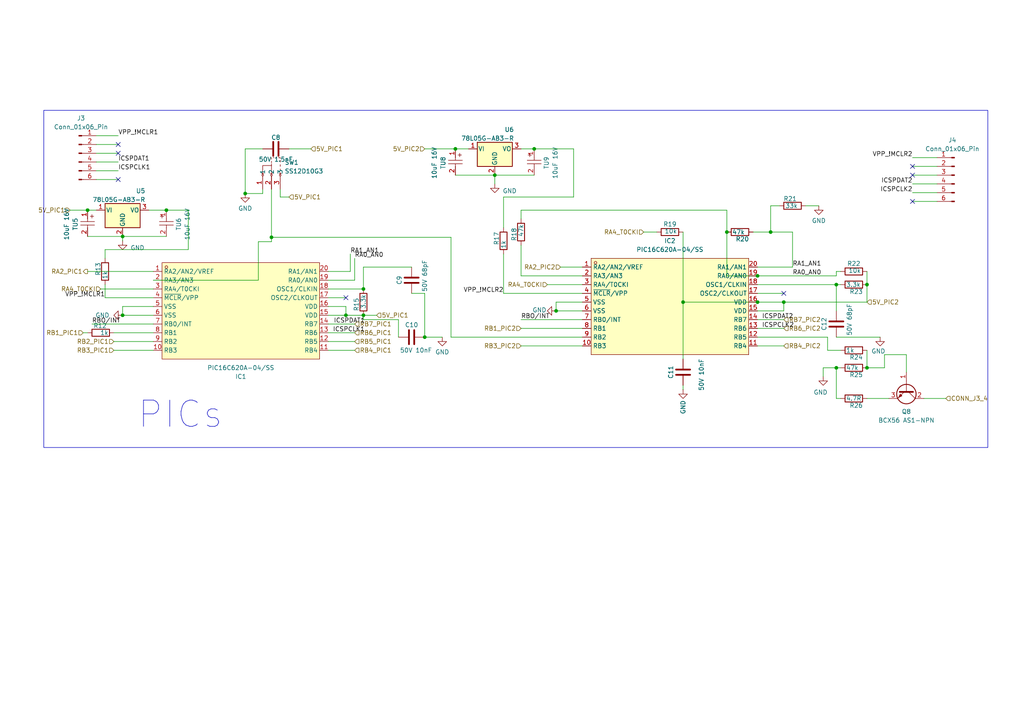
<source format=kicad_sch>
(kicad_sch
	(version 20250114)
	(generator "eeschema")
	(generator_version "9.0")
	(uuid "a07364e3-c475-473e-a0fb-f1439773659c")
	(paper "A4")
	(lib_symbols
		(symbol "Connector:Conn_01x06_Pin"
			(pin_names
				(offset 1.016)
				(hide yes)
			)
			(exclude_from_sim no)
			(in_bom yes)
			(on_board yes)
			(property "Reference" "J"
				(at 0 7.62 0)
				(effects
					(font
						(size 1.27 1.27)
					)
				)
			)
			(property "Value" "Conn_01x06_Pin"
				(at 0 -10.16 0)
				(effects
					(font
						(size 1.27 1.27)
					)
				)
			)
			(property "Footprint" ""
				(at 0 0 0)
				(effects
					(font
						(size 1.27 1.27)
					)
					(hide yes)
				)
			)
			(property "Datasheet" "~"
				(at 0 0 0)
				(effects
					(font
						(size 1.27 1.27)
					)
					(hide yes)
				)
			)
			(property "Description" "Generic connector, single row, 01x06, script generated"
				(at 0 0 0)
				(effects
					(font
						(size 1.27 1.27)
					)
					(hide yes)
				)
			)
			(property "ki_locked" ""
				(at 0 0 0)
				(effects
					(font
						(size 1.27 1.27)
					)
				)
			)
			(property "ki_keywords" "connector"
				(at 0 0 0)
				(effects
					(font
						(size 1.27 1.27)
					)
					(hide yes)
				)
			)
			(property "ki_fp_filters" "Connector*:*_1x??_*"
				(at 0 0 0)
				(effects
					(font
						(size 1.27 1.27)
					)
					(hide yes)
				)
			)
			(symbol "Conn_01x06_Pin_1_1"
				(rectangle
					(start 0.8636 5.207)
					(end 0 4.953)
					(stroke
						(width 0.1524)
						(type default)
					)
					(fill
						(type outline)
					)
				)
				(rectangle
					(start 0.8636 2.667)
					(end 0 2.413)
					(stroke
						(width 0.1524)
						(type default)
					)
					(fill
						(type outline)
					)
				)
				(rectangle
					(start 0.8636 0.127)
					(end 0 -0.127)
					(stroke
						(width 0.1524)
						(type default)
					)
					(fill
						(type outline)
					)
				)
				(rectangle
					(start 0.8636 -2.413)
					(end 0 -2.667)
					(stroke
						(width 0.1524)
						(type default)
					)
					(fill
						(type outline)
					)
				)
				(rectangle
					(start 0.8636 -4.953)
					(end 0 -5.207)
					(stroke
						(width 0.1524)
						(type default)
					)
					(fill
						(type outline)
					)
				)
				(rectangle
					(start 0.8636 -7.493)
					(end 0 -7.747)
					(stroke
						(width 0.1524)
						(type default)
					)
					(fill
						(type outline)
					)
				)
				(polyline
					(pts
						(xy 1.27 5.08) (xy 0.8636 5.08)
					)
					(stroke
						(width 0.1524)
						(type default)
					)
					(fill
						(type none)
					)
				)
				(polyline
					(pts
						(xy 1.27 2.54) (xy 0.8636 2.54)
					)
					(stroke
						(width 0.1524)
						(type default)
					)
					(fill
						(type none)
					)
				)
				(polyline
					(pts
						(xy 1.27 0) (xy 0.8636 0)
					)
					(stroke
						(width 0.1524)
						(type default)
					)
					(fill
						(type none)
					)
				)
				(polyline
					(pts
						(xy 1.27 -2.54) (xy 0.8636 -2.54)
					)
					(stroke
						(width 0.1524)
						(type default)
					)
					(fill
						(type none)
					)
				)
				(polyline
					(pts
						(xy 1.27 -5.08) (xy 0.8636 -5.08)
					)
					(stroke
						(width 0.1524)
						(type default)
					)
					(fill
						(type none)
					)
				)
				(polyline
					(pts
						(xy 1.27 -7.62) (xy 0.8636 -7.62)
					)
					(stroke
						(width 0.1524)
						(type default)
					)
					(fill
						(type none)
					)
				)
				(pin passive line
					(at 5.08 5.08 180)
					(length 3.81)
					(name "Pin_1"
						(effects
							(font
								(size 1.27 1.27)
							)
						)
					)
					(number "1"
						(effects
							(font
								(size 1.27 1.27)
							)
						)
					)
				)
				(pin passive line
					(at 5.08 2.54 180)
					(length 3.81)
					(name "Pin_2"
						(effects
							(font
								(size 1.27 1.27)
							)
						)
					)
					(number "2"
						(effects
							(font
								(size 1.27 1.27)
							)
						)
					)
				)
				(pin passive line
					(at 5.08 0 180)
					(length 3.81)
					(name "Pin_3"
						(effects
							(font
								(size 1.27 1.27)
							)
						)
					)
					(number "3"
						(effects
							(font
								(size 1.27 1.27)
							)
						)
					)
				)
				(pin passive line
					(at 5.08 -2.54 180)
					(length 3.81)
					(name "Pin_4"
						(effects
							(font
								(size 1.27 1.27)
							)
						)
					)
					(number "4"
						(effects
							(font
								(size 1.27 1.27)
							)
						)
					)
				)
				(pin passive line
					(at 5.08 -5.08 180)
					(length 3.81)
					(name "Pin_5"
						(effects
							(font
								(size 1.27 1.27)
							)
						)
					)
					(number "5"
						(effects
							(font
								(size 1.27 1.27)
							)
						)
					)
				)
				(pin passive line
					(at 5.08 -7.62 180)
					(length 3.81)
					(name "Pin_6"
						(effects
							(font
								(size 1.27 1.27)
							)
						)
					)
					(number "6"
						(effects
							(font
								(size 1.27 1.27)
							)
						)
					)
				)
			)
			(embedded_fonts no)
		)
		(symbol "Device:C"
			(pin_numbers
				(hide yes)
			)
			(pin_names
				(offset 0.254)
			)
			(exclude_from_sim no)
			(in_bom yes)
			(on_board yes)
			(property "Reference" "C"
				(at 0.635 2.54 0)
				(effects
					(font
						(size 1.27 1.27)
					)
					(justify left)
				)
			)
			(property "Value" "C"
				(at 0.635 -2.54 0)
				(effects
					(font
						(size 1.27 1.27)
					)
					(justify left)
				)
			)
			(property "Footprint" ""
				(at 0.9652 -3.81 0)
				(effects
					(font
						(size 1.27 1.27)
					)
					(hide yes)
				)
			)
			(property "Datasheet" "~"
				(at 0 0 0)
				(effects
					(font
						(size 1.27 1.27)
					)
					(hide yes)
				)
			)
			(property "Description" "Unpolarized capacitor"
				(at 0 0 0)
				(effects
					(font
						(size 1.27 1.27)
					)
					(hide yes)
				)
			)
			(property "ki_keywords" "cap capacitor"
				(at 0 0 0)
				(effects
					(font
						(size 1.27 1.27)
					)
					(hide yes)
				)
			)
			(property "ki_fp_filters" "C_*"
				(at 0 0 0)
				(effects
					(font
						(size 1.27 1.27)
					)
					(hide yes)
				)
			)
			(symbol "C_0_1"
				(polyline
					(pts
						(xy -2.032 0.762) (xy 2.032 0.762)
					)
					(stroke
						(width 0.508)
						(type default)
					)
					(fill
						(type none)
					)
				)
				(polyline
					(pts
						(xy -2.032 -0.762) (xy 2.032 -0.762)
					)
					(stroke
						(width 0.508)
						(type default)
					)
					(fill
						(type none)
					)
				)
			)
			(symbol "C_1_1"
				(pin passive line
					(at 0 3.81 270)
					(length 2.794)
					(name "~"
						(effects
							(font
								(size 1.27 1.27)
							)
						)
					)
					(number "1"
						(effects
							(font
								(size 1.27 1.27)
							)
						)
					)
				)
				(pin passive line
					(at 0 -3.81 90)
					(length 2.794)
					(name "~"
						(effects
							(font
								(size 1.27 1.27)
							)
						)
					)
					(number "2"
						(effects
							(font
								(size 1.27 1.27)
							)
						)
					)
				)
			)
			(embedded_fonts no)
		)
		(symbol "Device:R"
			(pin_numbers
				(hide yes)
			)
			(pin_names
				(offset 0)
			)
			(exclude_from_sim no)
			(in_bom yes)
			(on_board yes)
			(property "Reference" "R"
				(at 2.032 0 90)
				(effects
					(font
						(size 1.27 1.27)
					)
				)
			)
			(property "Value" "R"
				(at 0 0 90)
				(effects
					(font
						(size 1.27 1.27)
					)
				)
			)
			(property "Footprint" ""
				(at -1.778 0 90)
				(effects
					(font
						(size 1.27 1.27)
					)
					(hide yes)
				)
			)
			(property "Datasheet" "~"
				(at 0 0 0)
				(effects
					(font
						(size 1.27 1.27)
					)
					(hide yes)
				)
			)
			(property "Description" "Resistor"
				(at 0 0 0)
				(effects
					(font
						(size 1.27 1.27)
					)
					(hide yes)
				)
			)
			(property "ki_keywords" "R res resistor"
				(at 0 0 0)
				(effects
					(font
						(size 1.27 1.27)
					)
					(hide yes)
				)
			)
			(property "ki_fp_filters" "R_*"
				(at 0 0 0)
				(effects
					(font
						(size 1.27 1.27)
					)
					(hide yes)
				)
			)
			(symbol "R_0_1"
				(rectangle
					(start -1.016 -2.54)
					(end 1.016 2.54)
					(stroke
						(width 0.254)
						(type default)
					)
					(fill
						(type none)
					)
				)
			)
			(symbol "R_1_1"
				(pin passive line
					(at 0 3.81 270)
					(length 1.27)
					(name "~"
						(effects
							(font
								(size 1.27 1.27)
							)
						)
					)
					(number "1"
						(effects
							(font
								(size 1.27 1.27)
							)
						)
					)
				)
				(pin passive line
					(at 0 -3.81 90)
					(length 1.27)
					(name "~"
						(effects
							(font
								(size 1.27 1.27)
							)
						)
					)
					(number "2"
						(effects
							(font
								(size 1.27 1.27)
							)
						)
					)
				)
			)
			(embedded_fonts no)
		)
		(symbol "KA78M05_TO252_1"
			(pin_names
				(offset 0.254)
			)
			(exclude_from_sim no)
			(in_bom yes)
			(on_board yes)
			(property "Reference" "U2"
				(at -6.858 -8.636 90)
				(effects
					(font
						(size 1.27 1.27)
					)
					(justify left)
				)
			)
			(property "Value" "78L05G-AB3-R"
				(at -9.398 -8.636 90)
				(effects
					(font
						(size 1.27 1.27)
					)
					(justify left)
				)
			)
			(property "Footprint" "Package_TO_SOT_SMD:SOT-89-3"
				(at 0 5.715 0)
				(effects
					(font
						(size 1.27 1.27)
						(italic yes)
					)
					(hide yes)
				)
			)
			(property "Datasheet" "https://www.onsemi.com/pub/Collateral/MC78M00-D.PDF"
				(at 0 -1.27 0)
				(effects
					(font
						(size 1.27 1.27)
					)
					(hide yes)
				)
			)
			(property "Description" "Positive 500mA 35V Linear Regulator, Fixed Output 5V, TO-252 (D-PAK)"
				(at 0 0 0)
				(effects
					(font
						(size 1.27 1.27)
					)
					(hide yes)
				)
			)
			(property "ExtendedPreferedEquivalence" "0"
				(at 0 0 0)
				(effects
					(font
						(size 1.27 1.27)
					)
					(hide yes)
				)
			)
			(property "ExtendedPreferedEquivalence JLCPCB" "0"
				(at 0 0 0)
				(effects
					(font
						(size 1.27 1.27)
					)
					(hide yes)
				)
			)
			(property "ExtendedPreferedEquivalence price@reel" "0"
				(at 0 0 0)
				(effects
					(font
						(size 1.27 1.27)
					)
					(hide yes)
				)
			)
			(property "ExtendedPreferedEquivalence prive@1" "0"
				(at 0 0 0)
				(effects
					(font
						(size 1.27 1.27)
					)
					(hide yes)
				)
			)
			(property "JCLPCB" "C71136"
				(at 0 0 0)
				(effects
					(font
						(size 1.27 1.27)
					)
					(hide yes)
				)
			)
			(property "MfgNo" "78L05G-AB3-R"
				(at 0 0 0)
				(effects
					(font
						(size 1.27 1.27)
					)
					(hide yes)
				)
			)
			(property "basicEquivalen" "78L05G-AB3-R"
				(at 0 0 0)
				(effects
					(font
						(size 1.27 1.27)
					)
					(hide yes)
				)
			)
			(property "basicEquivalen JLCPCB" "C71136"
				(at 0 0 0)
				(effects
					(font
						(size 1.27 1.27)
					)
					(hide yes)
				)
			)
			(property "basicEquivalence price@1" "0.0614"
				(at 0 0 0)
				(effects
					(font
						(size 1.27 1.27)
					)
					(hide yes)
				)
			)
			(property "basicEquivalence price@reel" "0.0371"
				(at 0 0 0)
				(effects
					(font
						(size 1.27 1.27)
					)
					(hide yes)
				)
			)
			(property "price@1" "0.0614"
				(at 0 0 0)
				(effects
					(font
						(size 1.27 1.27)
					)
					(hide yes)
				)
			)
			(property "price@reel" "0.0371"
				(at 0 0 0)
				(effects
					(font
						(size 1.27 1.27)
					)
					(hide yes)
				)
			)
			(property "ki_keywords" "Voltage Regulator 500mA Positive"
				(at 0 0 0)
				(effects
					(font
						(size 1.27 1.27)
					)
					(hide yes)
				)
			)
			(property "ki_fp_filters" "TO?252*"
				(at 0 0 0)
				(effects
					(font
						(size 1.27 1.27)
					)
					(hide yes)
				)
			)
			(symbol "KA78M05_TO252_1_0_1"
				(rectangle
					(start -5.08 1.905)
					(end 5.08 -5.08)
					(stroke
						(width 0.254)
						(type default)
					)
					(fill
						(type background)
					)
				)
			)
			(symbol "KA78M05_TO252_1_1_1"
				(pin passive line
					(at -7.62 0 0)
					(length 2.54)
					(name "VI"
						(effects
							(font
								(size 1.27 1.27)
							)
						)
					)
					(number "1"
						(effects
							(font
								(size 1.27 1.27)
							)
						)
					)
				)
				(pin passive line
					(at 0 -7.62 90)
					(length 2.54)
					(name "GND"
						(effects
							(font
								(size 1.27 1.27)
							)
						)
					)
					(number "2"
						(effects
							(font
								(size 1.27 1.27)
							)
						)
					)
				)
				(pin passive line
					(at 7.62 0 180)
					(length 2.54)
					(name "VO"
						(effects
							(font
								(size 1.27 1.27)
							)
						)
					)
					(number "3"
						(effects
							(font
								(size 1.27 1.27)
							)
						)
					)
				)
			)
			(embedded_fonts no)
		)
		(symbol "Transistor_BJT:BCX56"
			(pin_names
				(offset 0)
				(hide yes)
			)
			(exclude_from_sim no)
			(in_bom yes)
			(on_board yes)
			(property "Reference" "Q"
				(at 5.08 1.905 0)
				(effects
					(font
						(size 1.27 1.27)
					)
					(justify left)
				)
			)
			(property "Value" "BCX56"
				(at 5.08 0 0)
				(effects
					(font
						(size 1.27 1.27)
					)
					(justify left)
				)
			)
			(property "Footprint" "Package_TO_SOT_SMD:SOT-89-3"
				(at 5.08 -1.905 0)
				(effects
					(font
						(size 1.27 1.27)
						(italic yes)
					)
					(justify left)
					(hide yes)
				)
			)
			(property "Datasheet" "https://www.nxp.com/docs/en/data-sheet/BCP56_BCX56_BC56PA.pdf"
				(at 0 0 0)
				(effects
					(font
						(size 1.27 1.27)
					)
					(justify left)
					(hide yes)
				)
			)
			(property "Description" "1A Ic, 80V Vce, NPN Medium Power Transistor, SOT-89"
				(at 0 0 0)
				(effects
					(font
						(size 1.27 1.27)
					)
					(hide yes)
				)
			)
			(property "ki_keywords" "NPN Transistor"
				(at 0 0 0)
				(effects
					(font
						(size 1.27 1.27)
					)
					(hide yes)
				)
			)
			(property "ki_fp_filters" "SOT?89*"
				(at 0 0 0)
				(effects
					(font
						(size 1.27 1.27)
					)
					(hide yes)
				)
			)
			(symbol "BCX56_0_1"
				(polyline
					(pts
						(xy -2.54 0) (xy 0.635 0)
					)
					(stroke
						(width 0)
						(type default)
					)
					(fill
						(type none)
					)
				)
				(polyline
					(pts
						(xy 0.635 1.905) (xy 0.635 -1.905)
					)
					(stroke
						(width 0.508)
						(type default)
					)
					(fill
						(type none)
					)
				)
				(circle
					(center 1.27 0)
					(radius 2.8194)
					(stroke
						(width 0.254)
						(type default)
					)
					(fill
						(type none)
					)
				)
			)
			(symbol "BCX56_1_1"
				(polyline
					(pts
						(xy 0.635 0.635) (xy 2.54 2.54)
					)
					(stroke
						(width 0)
						(type default)
					)
					(fill
						(type none)
					)
				)
				(polyline
					(pts
						(xy 0.635 -0.635) (xy 2.54 -2.54)
					)
					(stroke
						(width 0)
						(type default)
					)
					(fill
						(type none)
					)
				)
				(polyline
					(pts
						(xy 1.27 -1.778) (xy 1.778 -1.27) (xy 2.286 -2.286) (xy 1.27 -1.778)
					)
					(stroke
						(width 0)
						(type default)
					)
					(fill
						(type outline)
					)
				)
				(pin input line
					(at -5.08 0 0)
					(length 2.54)
					(name "B"
						(effects
							(font
								(size 1.27 1.27)
							)
						)
					)
					(number "1"
						(effects
							(font
								(size 1.27 1.27)
							)
						)
					)
				)
				(pin passive line
					(at 2.54 5.08 270)
					(length 2.54)
					(name "C"
						(effects
							(font
								(size 1.27 1.27)
							)
						)
					)
					(number "2"
						(effects
							(font
								(size 1.27 1.27)
							)
						)
					)
				)
				(pin passive line
					(at 2.54 -5.08 90)
					(length 2.54)
					(name "E"
						(effects
							(font
								(size 1.27 1.27)
							)
						)
					)
					(number "3"
						(effects
							(font
								(size 1.27 1.27)
							)
						)
					)
				)
			)
			(embedded_fonts no)
		)
		(symbol "easyeda2kicad:PIC16C620A-04_SS"
			(exclude_from_sim no)
			(in_bom yes)
			(on_board yes)
			(property "Reference" "U"
				(at 0 17.78 0)
				(effects
					(font
						(size 1.27 1.27)
					)
				)
			)
			(property "Value" "PIC16C620A-04/SS"
				(at 0 -15.24 0)
				(effects
					(font
						(size 1.27 1.27)
					)
				)
			)
			(property "Footprint" "easyeda2kicad:SSOP-20_L7.2-W5.3-P0.65-LS7.8-BL"
				(at 0 -17.78 0)
				(effects
					(font
						(size 1.27 1.27)
					)
					(hide yes)
				)
			)
			(property "Datasheet" ""
				(at 0 0 0)
				(effects
					(font
						(size 1.27 1.27)
					)
					(hide yes)
				)
			)
			(property "Description" ""
				(at 0 0 0)
				(effects
					(font
						(size 1.27 1.27)
					)
					(hide yes)
				)
			)
			(property "LCSC Part" "C639116"
				(at 0 -20.32 0)
				(effects
					(font
						(size 1.27 1.27)
					)
					(hide yes)
				)
			)
			(symbol "PIC16C620A-04_SS_0_1"
				(rectangle
					(start -22.86 15.24)
					(end 22.86 -12.7)
					(stroke
						(width 0)
						(type default)
					)
					(fill
						(type background)
					)
				)
				(circle
					(center -21.59 13.97)
					(radius 0.38)
					(stroke
						(width 0)
						(type default)
					)
					(fill
						(type none)
					)
				)
				(pin unspecified line
					(at -25.4 12.7 0)
					(length 2.54)
					(name "RA2/AN2/VREF"
						(effects
							(font
								(size 1.27 1.27)
							)
						)
					)
					(number "1"
						(effects
							(font
								(size 1.27 1.27)
							)
						)
					)
				)
				(pin unspecified line
					(at -25.4 10.16 0)
					(length 2.54)
					(name "RA3/AN3"
						(effects
							(font
								(size 1.27 1.27)
							)
						)
					)
					(number "2"
						(effects
							(font
								(size 1.27 1.27)
							)
						)
					)
				)
				(pin unspecified line
					(at -25.4 7.62 0)
					(length 2.54)
					(name "RA4/T0CKI"
						(effects
							(font
								(size 1.27 1.27)
							)
						)
					)
					(number "3"
						(effects
							(font
								(size 1.27 1.27)
							)
						)
					)
				)
				(pin unspecified line
					(at -25.4 5.08 0)
					(length 2.54)
					(name "~{MCLR}/VPP"
						(effects
							(font
								(size 1.27 1.27)
							)
						)
					)
					(number "4"
						(effects
							(font
								(size 1.27 1.27)
							)
						)
					)
				)
				(pin unspecified line
					(at -25.4 2.54 0)
					(length 2.54)
					(name "VSS"
						(effects
							(font
								(size 1.27 1.27)
							)
						)
					)
					(number "5"
						(effects
							(font
								(size 1.27 1.27)
							)
						)
					)
				)
				(pin unspecified line
					(at -25.4 0 0)
					(length 2.54)
					(name "VSS"
						(effects
							(font
								(size 1.27 1.27)
							)
						)
					)
					(number "6"
						(effects
							(font
								(size 1.27 1.27)
							)
						)
					)
				)
				(pin unspecified line
					(at -25.4 -2.54 0)
					(length 2.54)
					(name "RB0/INT"
						(effects
							(font
								(size 1.27 1.27)
							)
						)
					)
					(number "7"
						(effects
							(font
								(size 1.27 1.27)
							)
						)
					)
				)
				(pin unspecified line
					(at -25.4 -5.08 0)
					(length 2.54)
					(name "RB1"
						(effects
							(font
								(size 1.27 1.27)
							)
						)
					)
					(number "8"
						(effects
							(font
								(size 1.27 1.27)
							)
						)
					)
				)
				(pin unspecified line
					(at -25.4 -7.62 0)
					(length 2.54)
					(name "RB2"
						(effects
							(font
								(size 1.27 1.27)
							)
						)
					)
					(number "9"
						(effects
							(font
								(size 1.27 1.27)
							)
						)
					)
				)
				(pin unspecified line
					(at -25.4 -10.16 0)
					(length 2.54)
					(name "RB3"
						(effects
							(font
								(size 1.27 1.27)
							)
						)
					)
					(number "10"
						(effects
							(font
								(size 1.27 1.27)
							)
						)
					)
				)
				(pin unspecified line
					(at 25.4 12.7 180)
					(length 2.54)
					(name "RA1/AN1"
						(effects
							(font
								(size 1.27 1.27)
							)
						)
					)
					(number "20"
						(effects
							(font
								(size 1.27 1.27)
							)
						)
					)
				)
				(pin unspecified line
					(at 25.4 10.16 180)
					(length 2.54)
					(name "RA0/AN0"
						(effects
							(font
								(size 1.27 1.27)
							)
						)
					)
					(number "19"
						(effects
							(font
								(size 1.27 1.27)
							)
						)
					)
				)
				(pin unspecified line
					(at 25.4 7.62 180)
					(length 2.54)
					(name "OSC1/CLKIN"
						(effects
							(font
								(size 1.27 1.27)
							)
						)
					)
					(number "18"
						(effects
							(font
								(size 1.27 1.27)
							)
						)
					)
				)
				(pin unspecified line
					(at 25.4 5.08 180)
					(length 2.54)
					(name "OSC2/CLKOUT"
						(effects
							(font
								(size 1.27 1.27)
							)
						)
					)
					(number "17"
						(effects
							(font
								(size 1.27 1.27)
							)
						)
					)
				)
				(pin unspecified line
					(at 25.4 2.54 180)
					(length 2.54)
					(name "VDD"
						(effects
							(font
								(size 1.27 1.27)
							)
						)
					)
					(number "16"
						(effects
							(font
								(size 1.27 1.27)
							)
						)
					)
				)
				(pin unspecified line
					(at 25.4 0 180)
					(length 2.54)
					(name "VDD"
						(effects
							(font
								(size 1.27 1.27)
							)
						)
					)
					(number "15"
						(effects
							(font
								(size 1.27 1.27)
							)
						)
					)
				)
				(pin unspecified line
					(at 25.4 -2.54 180)
					(length 2.54)
					(name "RB7"
						(effects
							(font
								(size 1.27 1.27)
							)
						)
					)
					(number "14"
						(effects
							(font
								(size 1.27 1.27)
							)
						)
					)
				)
				(pin unspecified line
					(at 25.4 -5.08 180)
					(length 2.54)
					(name "RB6"
						(effects
							(font
								(size 1.27 1.27)
							)
						)
					)
					(number "13"
						(effects
							(font
								(size 1.27 1.27)
							)
						)
					)
				)
				(pin unspecified line
					(at 25.4 -7.62 180)
					(length 2.54)
					(name "RB5"
						(effects
							(font
								(size 1.27 1.27)
							)
						)
					)
					(number "12"
						(effects
							(font
								(size 1.27 1.27)
							)
						)
					)
				)
				(pin unspecified line
					(at 25.4 -10.16 180)
					(length 2.54)
					(name "RB4"
						(effects
							(font
								(size 1.27 1.27)
							)
						)
					)
					(number "11"
						(effects
							(font
								(size 1.27 1.27)
							)
						)
					)
				)
			)
			(embedded_fonts no)
		)
		(symbol "easyeda2kicad:SS12D10G3"
			(exclude_from_sim no)
			(in_bom yes)
			(on_board yes)
			(property "Reference" "SW"
				(at 0 1.02 0)
				(effects
					(font
						(size 1.27 1.27)
					)
				)
			)
			(property "Value" "SS12D10G3"
				(at 0 -9.14 0)
				(effects
					(font
						(size 1.27 1.27)
					)
				)
			)
			(property "Footprint" "easyeda2kicad:SW-TH_3P-P4.8-L12.7-W6.7_SS12D10G3"
				(at 0 -11.68 0)
				(effects
					(font
						(size 1.27 1.27)
					)
					(hide yes)
				)
			)
			(property "Datasheet" ""
				(at 0 0 0)
				(effects
					(font
						(size 1.27 1.27)
					)
					(hide yes)
				)
			)
			(property "Description" ""
				(at 0 0 0)
				(effects
					(font
						(size 1.27 1.27)
					)
					(hide yes)
				)
			)
			(property "LCSC Part" "C7431053"
				(at 0 -14.22 0)
				(effects
					(font
						(size 1.27 1.27)
					)
					(hide yes)
				)
			)
			(symbol "SS12D10G3_0_1"
				(polyline
					(pts
						(xy -2.54 0.25) (xy -2.79 0.51)
					)
					(stroke
						(width 0)
						(type default)
					)
					(fill
						(type none)
					)
				)
				(polyline
					(pts
						(xy -2.54 0.25) (xy -2.29 0.51)
					)
					(stroke
						(width 0)
						(type default)
					)
					(fill
						(type none)
					)
				)
				(polyline
					(pts
						(xy -2.54 0.25) (xy -2.54 2.79) (xy 0 2.79)
					)
					(stroke
						(width 0)
						(type default)
					)
					(fill
						(type none)
					)
				)
				(circle
					(center -2.54 0)
					(radius 0.25)
					(stroke
						(width 0)
						(type default)
					)
					(fill
						(type none)
					)
				)
				(polyline
					(pts
						(xy 0 5.08) (xy 0 4.57)
					)
					(stroke
						(width 0)
						(type default)
					)
					(fill
						(type none)
					)
				)
				(polyline
					(pts
						(xy 0 4.06) (xy 0 3.56)
					)
					(stroke
						(width 0)
						(type default)
					)
					(fill
						(type none)
					)
				)
				(polyline
					(pts
						(xy 0 2.79) (xy 0 3.3)
					)
					(stroke
						(width 0)
						(type default)
					)
					(fill
						(type none)
					)
				)
				(polyline
					(pts
						(xy 0 2.79) (xy 0 0.25)
					)
					(stroke
						(width 0)
						(type default)
					)
					(fill
						(type none)
					)
				)
				(polyline
					(pts
						(xy 0 0.25) (xy -0.25 0.51)
					)
					(stroke
						(width 0)
						(type default)
					)
					(fill
						(type none)
					)
				)
				(polyline
					(pts
						(xy 0 0.25) (xy 0.25 0.51)
					)
					(stroke
						(width 0)
						(type default)
					)
					(fill
						(type none)
					)
				)
				(circle
					(center 0 0)
					(radius 0.25)
					(stroke
						(width 0)
						(type default)
					)
					(fill
						(type none)
					)
				)
				(polyline
					(pts
						(xy 0.76 5.08) (xy 0.51 5.08)
					)
					(stroke
						(width 0)
						(type default)
					)
					(fill
						(type none)
					)
				)
				(polyline
					(pts
						(xy 1.52 5.08) (xy 1.27 5.08)
					)
					(stroke
						(width 0)
						(type default)
					)
					(fill
						(type none)
					)
				)
				(polyline
					(pts
						(xy 2.54 5.08) (xy 2.03 5.08)
					)
					(stroke
						(width 0)
						(type default)
					)
					(fill
						(type none)
					)
				)
				(polyline
					(pts
						(xy 2.54 4.83) (xy 2.54 5.08)
					)
					(stroke
						(width 0)
						(type default)
					)
					(fill
						(type none)
					)
				)
				(polyline
					(pts
						(xy 2.54 3.81) (xy 2.54 4.32)
					)
					(stroke
						(width 0)
						(type default)
					)
					(fill
						(type none)
					)
				)
				(polyline
					(pts
						(xy 2.54 2.54) (xy 2.54 3.05)
					)
					(stroke
						(width 0)
						(type default)
					)
					(fill
						(type none)
					)
				)
				(polyline
					(pts
						(xy 2.54 1.27) (xy 2.54 1.78)
					)
					(stroke
						(width 0)
						(type default)
					)
					(fill
						(type none)
					)
				)
				(polyline
					(pts
						(xy 2.54 0.25) (xy 2.29 0.51)
					)
					(stroke
						(width 0)
						(type default)
					)
					(fill
						(type none)
					)
				)
				(polyline
					(pts
						(xy 2.54 0.25) (xy 2.54 0.76)
					)
					(stroke
						(width 0)
						(type default)
					)
					(fill
						(type none)
					)
				)
				(polyline
					(pts
						(xy 2.54 0.25) (xy 2.79 0.51)
					)
					(stroke
						(width 0)
						(type default)
					)
					(fill
						(type none)
					)
				)
				(circle
					(center 2.54 0)
					(radius 0.25)
					(stroke
						(width 0)
						(type default)
					)
					(fill
						(type none)
					)
				)
				(pin unspecified line
					(at -2.54 -4.06 90)
					(length 3.81)
					(name "1"
						(effects
							(font
								(size 1.27 1.27)
							)
						)
					)
					(number "1"
						(effects
							(font
								(size 1.27 1.27)
							)
						)
					)
				)
				(pin unspecified line
					(at 0 -4.06 90)
					(length 3.81)
					(name "2"
						(effects
							(font
								(size 1.27 1.27)
							)
						)
					)
					(number "2"
						(effects
							(font
								(size 1.27 1.27)
							)
						)
					)
				)
				(pin unspecified line
					(at 2.54 -4.06 90)
					(length 3.81)
					(name "3"
						(effects
							(font
								(size 1.27 1.27)
							)
						)
					)
					(number "3"
						(effects
							(font
								(size 1.27 1.27)
							)
						)
					)
				)
			)
			(embedded_fonts no)
		)
		(symbol "easyeda2kicad:TAJA106K016RNJ"
			(pin_names
				(hide yes)
			)
			(exclude_from_sim no)
			(in_bom yes)
			(on_board yes)
			(property "Reference" "C"
				(at 0 5.08 0)
				(effects
					(font
						(size 1.27 1.27)
					)
				)
			)
			(property "Value" "TAJA106K016RNJ"
				(at 0 -5.08 0)
				(effects
					(font
						(size 1.27 1.27)
					)
				)
			)
			(property "Footprint" "easyeda2kicad:CAP-SMD_L3.2-W1.6-RD-C7171"
				(at 0 -7.62 0)
				(effects
					(font
						(size 1.27 1.27)
					)
					(hide yes)
				)
			)
			(property "Datasheet" "https://lcsc.com/product-detail/Tantalum-Capacitors_AVX_TAJA106K016RNJ_10uF-106-10-16V_C7171.html"
				(at 0 -10.16 0)
				(effects
					(font
						(size 1.27 1.27)
					)
					(hide yes)
				)
			)
			(property "Description" ""
				(at 0 0 0)
				(effects
					(font
						(size 1.27 1.27)
					)
					(hide yes)
				)
			)
			(property "LCSC Part" "C7171"
				(at 0 -12.7 0)
				(effects
					(font
						(size 1.27 1.27)
					)
					(hide yes)
				)
			)
			(symbol "TAJA106K016RNJ_0_1"
				(polyline
					(pts
						(xy -0.51 0) (xy -1.27 0)
					)
					(stroke
						(width 0)
						(type default)
					)
					(fill
						(type none)
					)
				)
				(polyline
					(pts
						(xy -0.51 -2.03) (xy -0.51 2.03)
					)
					(stroke
						(width 0)
						(type default)
					)
					(fill
						(type none)
					)
				)
				(polyline
					(pts
						(xy 0.51 -2.03) (xy 0.51 2.03)
					)
					(stroke
						(width 0)
						(type default)
					)
					(fill
						(type none)
					)
				)
				(polyline
					(pts
						(xy 1.27 0) (xy 0.51 0)
					)
					(stroke
						(width 0)
						(type default)
					)
					(fill
						(type none)
					)
				)
				(polyline
					(pts
						(xy 1.52 1.27) (xy 2.54 1.27)
					)
					(stroke
						(width 0)
						(type default)
					)
					(fill
						(type none)
					)
				)
				(polyline
					(pts
						(xy 2.03 1.78) (xy 2.03 0.76)
					)
					(stroke
						(width 0)
						(type default)
					)
					(fill
						(type none)
					)
				)
				(pin input line
					(at -3.81 0 0)
					(length 2.54)
					(name "2"
						(effects
							(font
								(size 1.27 1.27)
							)
						)
					)
					(number "2"
						(effects
							(font
								(size 1.27 1.27)
							)
						)
					)
				)
				(pin input line
					(at 3.81 0 180)
					(length 2.54)
					(name "1"
						(effects
							(font
								(size 1.27 1.27)
							)
						)
					)
					(number "1"
						(effects
							(font
								(size 1.27 1.27)
							)
						)
					)
				)
			)
			(embedded_fonts no)
		)
		(symbol "power:GND"
			(power)
			(pin_numbers
				(hide yes)
			)
			(pin_names
				(offset 0)
				(hide yes)
			)
			(exclude_from_sim no)
			(in_bom yes)
			(on_board yes)
			(property "Reference" "#PWR"
				(at 0 -6.35 0)
				(effects
					(font
						(size 1.27 1.27)
					)
					(hide yes)
				)
			)
			(property "Value" "GND"
				(at 0 -3.81 0)
				(effects
					(font
						(size 1.27 1.27)
					)
				)
			)
			(property "Footprint" ""
				(at 0 0 0)
				(effects
					(font
						(size 1.27 1.27)
					)
					(hide yes)
				)
			)
			(property "Datasheet" ""
				(at 0 0 0)
				(effects
					(font
						(size 1.27 1.27)
					)
					(hide yes)
				)
			)
			(property "Description" "Power symbol creates a global label with name \"GND\" , ground"
				(at 0 0 0)
				(effects
					(font
						(size 1.27 1.27)
					)
					(hide yes)
				)
			)
			(property "ki_keywords" "global power"
				(at 0 0 0)
				(effects
					(font
						(size 1.27 1.27)
					)
					(hide yes)
				)
			)
			(symbol "GND_0_1"
				(polyline
					(pts
						(xy 0 0) (xy 0 -1.27) (xy 1.27 -1.27) (xy 0 -2.54) (xy -1.27 -1.27) (xy 0 -1.27)
					)
					(stroke
						(width 0)
						(type default)
					)
					(fill
						(type none)
					)
				)
			)
			(symbol "GND_1_1"
				(pin power_in line
					(at 0 0 270)
					(length 0)
					(name "~"
						(effects
							(font
								(size 1.27 1.27)
							)
						)
					)
					(number "1"
						(effects
							(font
								(size 1.27 1.27)
							)
						)
					)
				)
			)
			(embedded_fonts no)
		)
	)
	(rectangle
		(start 12.7 32.004)
		(end 286.512 129.794)
		(stroke
			(width 0)
			(type default)
		)
		(fill
			(type none)
		)
		(uuid 886473a3-c0aa-47d0-9f49-3a48764b9d99)
	)
	(text "PICs"
		(exclude_from_sim no)
		(at 52.324 120.396 0)
		(effects
			(font
				(size 7.62 7.62)
			)
		)
		(uuid "d9e1e6c6-eb67-4ebd-a275-28bc2f27a1c1")
	)
	(junction
		(at 251.46 82.55)
		(diameter 0)
		(color 0 0 0 0)
		(uuid "22cb0731-cf90-4bbb-889f-3519f01430ad")
	)
	(junction
		(at 219.71 87.63)
		(diameter 0)
		(color 0 0 0 0)
		(uuid "26656e38-7d87-4ec5-a194-bbf125917be2")
	)
	(junction
		(at 105.41 91.44)
		(diameter 0)
		(color 0 0 0 0)
		(uuid "2a080643-b1e3-4a73-9383-e13319837548")
	)
	(junction
		(at 123.19 97.79)
		(diameter 0)
		(color 0 0 0 0)
		(uuid "3aca4f97-14b9-4c4e-8f34-8b362a944865")
	)
	(junction
		(at 48.26 60.96)
		(diameter 0)
		(color 0 0 0 0)
		(uuid "47c4198d-1284-46b4-a437-2cc199660191")
	)
	(junction
		(at 227.33 87.63)
		(diameter 0)
		(color 0 0 0 0)
		(uuid "4f631e76-d9f6-4642-b533-6a11718e4569")
	)
	(junction
		(at 78.74 68.83)
		(diameter 0)
		(color 0 0 0 0)
		(uuid "5c3337c0-13ae-4663-80e3-9f3c5557daf1")
	)
	(junction
		(at 25.4 60.96)
		(diameter 0)
		(color 0 0 0 0)
		(uuid "620eeabf-2955-4912-a36d-81ac56dc1835")
	)
	(junction
		(at 161.29 90.17)
		(diameter 0)
		(color 0 0 0 0)
		(uuid "74092059-620e-49c6-b63e-9a88c28660b4")
	)
	(junction
		(at 242.57 82.55)
		(diameter 0)
		(color 0 0 0 0)
		(uuid "7a3eb09c-759a-4210-ad1f-84815ec15dbc")
	)
	(junction
		(at 210.82 67.31)
		(diameter 0)
		(color 0 0 0 0)
		(uuid "8d3366dc-85e4-48e8-a948-4e85c2772d17")
	)
	(junction
		(at 35.56 91.44)
		(diameter 0)
		(color 0 0 0 0)
		(uuid "8ebdb75f-a427-4324-9d0b-138066a08631")
	)
	(junction
		(at 242.57 106.68)
		(diameter 0)
		(color 0 0 0 0)
		(uuid "9771bfa4-8cc8-4e56-936d-703bcff9f2ba")
	)
	(junction
		(at 198.12 87.63)
		(diameter 0)
		(color 0 0 0 0)
		(uuid "988eda67-0d43-4054-acd7-644efdf0a7b7")
	)
	(junction
		(at 71.12 56.13)
		(diameter 0)
		(color 0 0 0 0)
		(uuid "99a637fd-a62e-4d82-ab5a-d0756d30e318")
	)
	(junction
		(at 143.51 50.8)
		(diameter 0)
		(color 0 0 0 0)
		(uuid "a74b036d-8fd9-48f3-ab6a-5bc4b8cced34")
	)
	(junction
		(at 251.46 106.68)
		(diameter 0)
		(color 0 0 0 0)
		(uuid "ac281553-e99c-49ad-a38e-71f09991a9c9")
	)
	(junction
		(at 223.52 67.31)
		(diameter 0)
		(color 0 0 0 0)
		(uuid "b0d45061-a185-40f1-9361-5e6485ec513d")
	)
	(junction
		(at 105.41 83.82)
		(diameter 0)
		(color 0 0 0 0)
		(uuid "b19aa885-c349-466f-a8f8-e2c7ccc510b0")
	)
	(junction
		(at 100.33 91.44)
		(diameter 0)
		(color 0 0 0 0)
		(uuid "d3f27922-8c7d-456c-858d-2feacc279f2a")
	)
	(junction
		(at 35.56 68.58)
		(diameter 0)
		(color 0 0 0 0)
		(uuid "e5c8ffcf-3deb-4897-b61f-2ac62f375597")
	)
	(junction
		(at 154.94 43.18)
		(diameter 0)
		(color 0 0 0 0)
		(uuid "e6113862-a41c-44bf-a46c-3df6528fb386")
	)
	(junction
		(at 132.08 43.18)
		(diameter 0)
		(color 0 0 0 0)
		(uuid "eca943cc-352b-4a3c-aa2c-16944319345f")
	)
	(junction
		(at 219.71 80.01)
		(diameter 0)
		(color 0 0 0 0)
		(uuid "fd391832-0777-4ec2-99ba-2cbe6418fae6")
	)
	(no_connect
		(at 34.29 41.91)
		(uuid "0dab0357-6456-431a-8ad4-9a5bb0f38b68")
	)
	(no_connect
		(at 227.33 85.09)
		(uuid "195a01ee-b904-4546-9e39-caef4e7f9c48")
	)
	(no_connect
		(at 100.33 86.36)
		(uuid "353398cf-9356-4f94-8747-971a5fb36071")
	)
	(no_connect
		(at 264.668 48.26)
		(uuid "56fe21c1-34d2-4d0f-8c19-debdec57ea31")
	)
	(no_connect
		(at 264.668 58.42)
		(uuid "8bf028c8-eb72-4b63-ba88-76fe05cc6758")
	)
	(no_connect
		(at 34.29 44.45)
		(uuid "8c6c64c7-392a-4842-908e-261d2288ef8c")
	)
	(no_connect
		(at 264.668 50.8)
		(uuid "ba34ec39-53bd-4204-8d6d-250ab66ddcb2")
	)
	(no_connect
		(at 34.29 52.07)
		(uuid "faf6dad9-d387-448f-b36c-2a02cf73c6b5")
	)
	(wire
		(pts
			(xy 166.37 57.15) (xy 166.37 43.18)
		)
		(stroke
			(width 0)
			(type default)
		)
		(uuid "0418bc70-07a2-42c6-ae05-0d570599315d")
	)
	(wire
		(pts
			(xy 219.71 90.17) (xy 227.33 90.17)
		)
		(stroke
			(width 0)
			(type default)
		)
		(uuid "059267ea-cc1d-47ec-9ebc-529895afe7e0")
	)
	(wire
		(pts
			(xy 123.19 85.09) (xy 123.19 97.79)
		)
		(stroke
			(width 0)
			(type default)
		)
		(uuid "06546bb5-e352-4c8a-8906-e4b66267681d")
	)
	(wire
		(pts
			(xy 35.56 88.9) (xy 35.56 91.44)
		)
		(stroke
			(width 0)
			(type default)
		)
		(uuid "06d1a89c-310e-4ce2-b520-706f68ea02ea")
	)
	(wire
		(pts
			(xy 26.67 93.98) (xy 44.45 93.98)
		)
		(stroke
			(width 0)
			(type default)
		)
		(uuid "09c02f3d-7e7e-49cb-9f9c-765a16f169d0")
	)
	(wire
		(pts
			(xy 100.33 88.9) (xy 100.33 91.44)
		)
		(stroke
			(width 0)
			(type default)
		)
		(uuid "09d95c56-68a7-49bb-9b48-b2d7d3d7d104")
	)
	(wire
		(pts
			(xy 146.05 57.15) (xy 166.37 57.15)
		)
		(stroke
			(width 0)
			(type default)
		)
		(uuid "09decd98-730f-46d3-9421-0580c169e943")
	)
	(wire
		(pts
			(xy 71.12 56.13) (xy 71.12 43.18)
		)
		(stroke
			(width 0)
			(type default)
		)
		(uuid "0b232736-a3f4-41ea-954d-f0b3076d15a8")
	)
	(wire
		(pts
			(xy 161.29 90.17) (xy 168.91 90.17)
		)
		(stroke
			(width 0)
			(type default)
		)
		(uuid "0b2eb4b7-8dce-49f2-b85b-2067280d28b1")
	)
	(wire
		(pts
			(xy 219.71 82.55) (xy 242.57 82.55)
		)
		(stroke
			(width 0)
			(type default)
		)
		(uuid "0bd99ef6-8215-43ee-b8ee-c71780dbb50f")
	)
	(wire
		(pts
			(xy 219.71 87.63) (xy 198.12 87.63)
		)
		(stroke
			(width 0)
			(type default)
		)
		(uuid "0c792e98-a7ad-424e-b21f-1b2b610e8742")
	)
	(wire
		(pts
			(xy 48.26 60.96) (xy 43.18 60.96)
		)
		(stroke
			(width 0)
			(type default)
		)
		(uuid "10aff3dc-c933-44e8-8e07-7bd98c9b4c89")
	)
	(wire
		(pts
			(xy 264.668 58.42) (xy 271.78 58.42)
		)
		(stroke
			(width 0)
			(type default)
		)
		(uuid "115f34fd-e9e9-4f21-9f51-1ca9cdcb0e95")
	)
	(wire
		(pts
			(xy 95.25 78.74) (xy 101.6 78.74)
		)
		(stroke
			(width 0)
			(type default)
		)
		(uuid "1211c4e2-78f2-48ba-97bb-63a563814375")
	)
	(wire
		(pts
			(xy 242.57 80.01) (xy 242.57 78.74)
		)
		(stroke
			(width 0)
			(type default)
		)
		(uuid "144b9cba-348b-4081-81f1-3c46015bf4ba")
	)
	(wire
		(pts
			(xy 95.25 99.06) (xy 102.87 99.06)
		)
		(stroke
			(width 0)
			(type default)
		)
		(uuid "151985aa-0e21-4082-8271-433c45fe55a3")
	)
	(wire
		(pts
			(xy 95.25 101.6) (xy 102.87 101.6)
		)
		(stroke
			(width 0)
			(type default)
		)
		(uuid "184b90a2-63ec-41d9-ac01-14839c0cc6da")
	)
	(wire
		(pts
			(xy 264.668 45.72) (xy 271.78 45.72)
		)
		(stroke
			(width 0)
			(type default)
		)
		(uuid "198b4ef6-8499-4fe6-a499-b1fa3dc66741")
	)
	(wire
		(pts
			(xy 25.4 68.58) (xy 35.56 68.58)
		)
		(stroke
			(width 0)
			(type default)
		)
		(uuid "1a85ffcd-9735-4a1a-bcda-97d126d02f2a")
	)
	(wire
		(pts
			(xy 151.13 80.01) (xy 168.91 80.01)
		)
		(stroke
			(width 0)
			(type default)
		)
		(uuid "1ab8aaf5-79bf-4785-9e1c-54f6a12f5178")
	)
	(wire
		(pts
			(xy 162.56 77.47) (xy 168.91 77.47)
		)
		(stroke
			(width 0)
			(type default)
		)
		(uuid "1c097876-255e-40c7-8d9d-a2850f66ca1d")
	)
	(wire
		(pts
			(xy 105.41 77.47) (xy 119.38 77.47)
		)
		(stroke
			(width 0)
			(type default)
		)
		(uuid "1f4d9abc-ef15-41c9-aa55-acadc0e594a3")
	)
	(wire
		(pts
			(xy 229.87 67.31) (xy 229.87 77.47)
		)
		(stroke
			(width 0)
			(type default)
		)
		(uuid "20418b65-51c9-4387-b323-2b36d41e4594")
	)
	(wire
		(pts
			(xy 198.12 87.63) (xy 198.12 104.14)
		)
		(stroke
			(width 0)
			(type default)
		)
		(uuid "233f15bd-5dd2-46c8-a873-919e315d5566")
	)
	(wire
		(pts
			(xy 219.71 85.09) (xy 227.33 85.09)
		)
		(stroke
			(width 0)
			(type default)
		)
		(uuid "24c98ab5-d68b-400c-9e26-e1cfcacc88ec")
	)
	(wire
		(pts
			(xy 76.2 54.86) (xy 76.2 56.13)
		)
		(stroke
			(width 0)
			(type default)
		)
		(uuid "2565b3a6-2a8a-44de-a07f-0e24e42142e9")
	)
	(wire
		(pts
			(xy 243.84 106.68) (xy 242.57 106.68)
		)
		(stroke
			(width 0)
			(type default)
		)
		(uuid "26aa4583-c496-4419-807d-e18cad71fcc1")
	)
	(wire
		(pts
			(xy 105.41 92.71) (xy 115.57 92.71)
		)
		(stroke
			(width 0)
			(type default)
		)
		(uuid "2aef056f-3d0f-405f-b736-61485212a661")
	)
	(wire
		(pts
			(xy 219.71 92.71) (xy 227.33 92.71)
		)
		(stroke
			(width 0)
			(type default)
		)
		(uuid "2b66004c-df20-4b88-8bfc-a49d6243c41a")
	)
	(wire
		(pts
			(xy 123.19 43.18) (xy 132.08 43.18)
		)
		(stroke
			(width 0)
			(type default)
		)
		(uuid "2bc5e094-db88-406c-8a33-22ae06633c2b")
	)
	(wire
		(pts
			(xy 27.94 46.99) (xy 34.29 46.99)
		)
		(stroke
			(width 0)
			(type default)
		)
		(uuid "2c6223f2-686a-483b-8ca1-ced20db638d0")
	)
	(wire
		(pts
			(xy 242.57 82.55) (xy 242.57 90.17)
		)
		(stroke
			(width 0)
			(type default)
		)
		(uuid "2d14319b-283a-4332-95c7-a24b842d626d")
	)
	(wire
		(pts
			(xy 210.82 80.01) (xy 219.71 80.01)
		)
		(stroke
			(width 0)
			(type default)
		)
		(uuid "2f3ec942-88e7-4e6c-b7b5-25fbbc2c682b")
	)
	(wire
		(pts
			(xy 219.71 87.63) (xy 227.33 87.63)
		)
		(stroke
			(width 0)
			(type default)
		)
		(uuid "32ec530c-2c25-4fca-b613-24d3a09139ce")
	)
	(wire
		(pts
			(xy 242.57 97.79) (xy 255.27 97.79)
		)
		(stroke
			(width 0)
			(type default)
		)
		(uuid "3719ce09-7bc5-4363-b481-d2e274e49efe")
	)
	(wire
		(pts
			(xy 158.75 82.55) (xy 168.91 82.55)
		)
		(stroke
			(width 0)
			(type default)
		)
		(uuid "38e5d19d-769f-42c0-9779-228eebb559f9")
	)
	(wire
		(pts
			(xy 256.54 102.87) (xy 256.54 106.68)
		)
		(stroke
			(width 0)
			(type default)
		)
		(uuid "3a7293a7-4d41-4a18-8b8b-0bd420e8c5af")
	)
	(wire
		(pts
			(xy 54.61 60.96) (xy 54.61 72.39)
		)
		(stroke
			(width 0)
			(type default)
		)
		(uuid "3b59e49f-740d-44c9-95d3-4dee9e6d2eed")
	)
	(wire
		(pts
			(xy 210.82 67.31) (xy 210.82 80.01)
		)
		(stroke
			(width 0)
			(type default)
		)
		(uuid "3c6f9e77-9e7b-46bf-bf61-294f6fdeb071")
	)
	(wire
		(pts
			(xy 30.48 82.55) (xy 30.48 86.36)
		)
		(stroke
			(width 0)
			(type default)
		)
		(uuid "3f3e8fc8-c0b4-4d64-9795-0f763f36a6a0")
	)
	(wire
		(pts
			(xy 83.82 43.18) (xy 90.17 43.18)
		)
		(stroke
			(width 0)
			(type default)
		)
		(uuid "3fa15ebe-3c14-40a6-8ce1-5ad66f2b581b")
	)
	(wire
		(pts
			(xy 218.44 67.31) (xy 223.52 67.31)
		)
		(stroke
			(width 0)
			(type default)
		)
		(uuid "41f4663e-2bb5-403e-868c-d55b95ea9932")
	)
	(wire
		(pts
			(xy 210.82 60.96) (xy 210.82 67.31)
		)
		(stroke
			(width 0)
			(type default)
		)
		(uuid "4923a086-dc52-4c15-9fd8-dcb4dc3e9ce2")
	)
	(wire
		(pts
			(xy 223.52 67.31) (xy 229.87 67.31)
		)
		(stroke
			(width 0)
			(type default)
		)
		(uuid "4b59f86d-5522-4a89-be9a-67c7b73d6793")
	)
	(wire
		(pts
			(xy 151.13 60.96) (xy 151.13 63.5)
		)
		(stroke
			(width 0)
			(type default)
		)
		(uuid "4b64e416-461f-44bf-8c4c-cc01cf397bd0")
	)
	(wire
		(pts
			(xy 29.21 83.82) (xy 44.45 83.82)
		)
		(stroke
			(width 0)
			(type default)
		)
		(uuid "4cd6e6d7-cced-47d5-b01f-d70c468a1d4e")
	)
	(wire
		(pts
			(xy 27.94 39.37) (xy 34.29 39.37)
		)
		(stroke
			(width 0)
			(type default)
		)
		(uuid "4ff4e329-d15e-417a-98c2-99078a0695b0")
	)
	(wire
		(pts
			(xy 27.94 49.53) (xy 34.29 49.53)
		)
		(stroke
			(width 0)
			(type default)
		)
		(uuid "501100a0-af09-41fa-bd37-6454d991a5a7")
	)
	(wire
		(pts
			(xy 240.03 101.6) (xy 243.84 101.6)
		)
		(stroke
			(width 0)
			(type default)
		)
		(uuid "51a6ac7f-da76-4002-9cc6-ac0154d5afa9")
	)
	(wire
		(pts
			(xy 242.57 106.68) (xy 242.57 115.57)
		)
		(stroke
			(width 0)
			(type default)
		)
		(uuid "568a5479-5f18-42e5-b89d-802fc1379eaa")
	)
	(wire
		(pts
			(xy 146.05 57.15) (xy 146.05 66.04)
		)
		(stroke
			(width 0)
			(type default)
		)
		(uuid "5dedfff0-acdf-4f6f-b62e-e021e5fd9d0f")
	)
	(wire
		(pts
			(xy 154.94 43.18) (xy 151.13 43.18)
		)
		(stroke
			(width 0)
			(type default)
		)
		(uuid "5e62b99e-41f5-4c86-a45c-29316445bf2f")
	)
	(wire
		(pts
			(xy 35.56 69.85) (xy 35.56 68.58)
		)
		(stroke
			(width 0)
			(type default)
		)
		(uuid "5f99232d-cb4e-4a66-af58-164acdf19a23")
	)
	(wire
		(pts
			(xy 223.52 67.31) (xy 223.52 59.69)
		)
		(stroke
			(width 0)
			(type default)
		)
		(uuid "61edf66d-7dd5-42a9-9244-d4ab6c2e4e33")
	)
	(wire
		(pts
			(xy 27.94 41.91) (xy 34.29 41.91)
		)
		(stroke
			(width 0)
			(type default)
		)
		(uuid "634b8dcd-14d8-4390-b8fe-d49549d41512")
	)
	(wire
		(pts
			(xy 74.93 81.28) (xy 44.45 81.28)
		)
		(stroke
			(width 0)
			(type default)
		)
		(uuid "6358f25a-4844-470c-8dbf-08d11fd7d7e7")
	)
	(wire
		(pts
			(xy 198.12 67.31) (xy 198.12 87.63)
		)
		(stroke
			(width 0)
			(type default)
		)
		(uuid "656a525c-8846-48f4-8478-214971e93db3")
	)
	(wire
		(pts
			(xy 95.25 91.44) (xy 100.33 91.44)
		)
		(stroke
			(width 0)
			(type default)
		)
		(uuid "6661e8ef-6a35-4754-9939-d855ae27f287")
	)
	(wire
		(pts
			(xy 20.32 60.96) (xy 25.4 60.96)
		)
		(stroke
			(width 0)
			(type default)
		)
		(uuid "69809be4-e9ac-492a-8e6b-614bb349ce70")
	)
	(wire
		(pts
			(xy 151.13 95.25) (xy 168.91 95.25)
		)
		(stroke
			(width 0)
			(type default)
		)
		(uuid "6ac9fe75-7efe-401c-af26-a3f9e080700d")
	)
	(wire
		(pts
			(xy 78.74 70.1) (xy 74.93 70.1)
		)
		(stroke
			(width 0)
			(type default)
		)
		(uuid "6cdd02dc-50f6-4fc3-a10a-a24fa13aa449")
	)
	(wire
		(pts
			(xy 251.46 101.6) (xy 251.46 106.68)
		)
		(stroke
			(width 0)
			(type default)
		)
		(uuid "6f3b91b4-19ec-4bad-8552-74fa162bf945")
	)
	(wire
		(pts
			(xy 262.89 102.87) (xy 262.89 107.95)
		)
		(stroke
			(width 0)
			(type default)
		)
		(uuid "7039d9c5-dd08-46ee-91aa-94f4bc691eca")
	)
	(wire
		(pts
			(xy 151.13 80.01) (xy 151.13 71.12)
		)
		(stroke
			(width 0)
			(type default)
		)
		(uuid "72ea84e2-214d-4619-ab66-ac8a8720299f")
	)
	(wire
		(pts
			(xy 102.87 81.28) (xy 102.87 74.93)
		)
		(stroke
			(width 0)
			(type default)
		)
		(uuid "746fed6d-17c3-4045-bcd7-381c9533b662")
	)
	(wire
		(pts
			(xy 35.56 68.58) (xy 48.26 68.58)
		)
		(stroke
			(width 0)
			(type default)
		)
		(uuid "75f052a3-48ef-4d7a-99a5-6d74a7772683")
	)
	(wire
		(pts
			(xy 251.46 78.74) (xy 251.46 82.55)
		)
		(stroke
			(width 0)
			(type default)
		)
		(uuid "765b8636-a7de-466a-bcff-56e02d79134c")
	)
	(wire
		(pts
			(xy 262.89 102.87) (xy 256.54 102.87)
		)
		(stroke
			(width 0)
			(type default)
		)
		(uuid "76d72c10-e020-401c-ac5a-5f9143bf19ed")
	)
	(wire
		(pts
			(xy 95.25 86.36) (xy 100.33 86.36)
		)
		(stroke
			(width 0)
			(type default)
		)
		(uuid "77c98130-31df-4c88-938c-327b8bb94abf")
	)
	(wire
		(pts
			(xy 267.97 115.57) (xy 274.32 115.57)
		)
		(stroke
			(width 0)
			(type default)
		)
		(uuid "789d5520-0936-432e-b421-c29ff29332e0")
	)
	(wire
		(pts
			(xy 161.29 87.63) (xy 168.91 87.63)
		)
		(stroke
			(width 0)
			(type default)
		)
		(uuid "79a5d9f4-45eb-470e-9bd1-3cf2d1fd9841")
	)
	(wire
		(pts
			(xy 78.74 68.83) (xy 78.74 70.1)
		)
		(stroke
			(width 0)
			(type default)
		)
		(uuid "79d128de-07cb-4d31-ae48-a2a2e93cec7d")
	)
	(wire
		(pts
			(xy 146.05 73.66) (xy 146.05 85.09)
		)
		(stroke
			(width 0)
			(type default)
		)
		(uuid "7ce2ffe7-2455-4f7e-a617-4264bbbb8503")
	)
	(wire
		(pts
			(xy 27.94 52.07) (xy 34.29 52.07)
		)
		(stroke
			(width 0)
			(type default)
		)
		(uuid "7ef80373-8df8-4cf8-9d25-fdaa5656fa0f")
	)
	(wire
		(pts
			(xy 101.6 73.66) (xy 101.6 78.74)
		)
		(stroke
			(width 0)
			(type default)
		)
		(uuid "83018c66-0296-4624-98d6-89a15edb859f")
	)
	(wire
		(pts
			(xy 146.05 85.09) (xy 168.91 85.09)
		)
		(stroke
			(width 0)
			(type default)
		)
		(uuid "83f2ccce-189c-4ff4-a8d5-6fab6cc7eb9b")
	)
	(wire
		(pts
			(xy 219.71 95.25) (xy 227.33 95.25)
		)
		(stroke
			(width 0)
			(type default)
		)
		(uuid "84cdc800-1fa7-4e5c-aaca-a140d8c009ac")
	)
	(wire
		(pts
			(xy 30.48 86.36) (xy 44.45 86.36)
		)
		(stroke
			(width 0)
			(type default)
		)
		(uuid "8586e3b7-b957-4bb8-a033-6ce16ee4b76f")
	)
	(wire
		(pts
			(xy 242.57 78.74) (xy 243.84 78.74)
		)
		(stroke
			(width 0)
			(type default)
		)
		(uuid "85a4d9c2-65df-42db-b182-93f7c27b7045")
	)
	(wire
		(pts
			(xy 119.38 85.09) (xy 123.19 85.09)
		)
		(stroke
			(width 0)
			(type default)
		)
		(uuid "86b6638b-2fe2-4ecc-9a2f-b9c23ed40bd8")
	)
	(wire
		(pts
			(xy 264.668 55.88) (xy 271.78 55.88)
		)
		(stroke
			(width 0)
			(type default)
		)
		(uuid "8793625c-a457-4188-a8fd-65ee2167c7e4")
	)
	(wire
		(pts
			(xy 219.71 97.79) (xy 240.03 97.79)
		)
		(stroke
			(width 0)
			(type default)
		)
		(uuid "8876f6dc-ffdd-419e-8fbf-1b9bae6b1328")
	)
	(wire
		(pts
			(xy 100.33 91.44) (xy 105.41 91.44)
		)
		(stroke
			(width 0)
			(type default)
		)
		(uuid "8f091899-f64a-4f17-bb8a-4b964212fecb")
	)
	(wire
		(pts
			(xy 35.56 91.44) (xy 44.45 91.44)
		)
		(stroke
			(width 0)
			(type default)
		)
		(uuid "935cca89-1303-47db-a063-66fb2a23c30f")
	)
	(wire
		(pts
			(xy 251.46 87.63) (xy 251.46 82.55)
		)
		(stroke
			(width 0)
			(type default)
		)
		(uuid "93684b2f-c8d5-492d-b0a0-8a544d75e4c2")
	)
	(wire
		(pts
			(xy 242.57 115.57) (xy 243.84 115.57)
		)
		(stroke
			(width 0)
			(type default)
		)
		(uuid "93e7e1cc-0575-4c8f-9d78-be399305c112")
	)
	(wire
		(pts
			(xy 105.41 91.44) (xy 105.41 92.71)
		)
		(stroke
			(width 0)
			(type default)
		)
		(uuid "985c0dd9-11e6-472d-9d51-1f4321c25ada")
	)
	(wire
		(pts
			(xy 251.46 115.57) (xy 257.81 115.57)
		)
		(stroke
			(width 0)
			(type default)
		)
		(uuid "9e75fbd0-6353-43b6-910f-40d592164037")
	)
	(wire
		(pts
			(xy 143.51 50.8) (xy 154.94 50.8)
		)
		(stroke
			(width 0)
			(type default)
		)
		(uuid "a0fc8e94-cef5-46e0-91bb-4143a2539c5f")
	)
	(wire
		(pts
			(xy 227.33 87.63) (xy 251.46 87.63)
		)
		(stroke
			(width 0)
			(type default)
		)
		(uuid "a6377a8f-de85-44d1-99ab-80fdac916114")
	)
	(wire
		(pts
			(xy 25.4 60.96) (xy 27.94 60.96)
		)
		(stroke
			(width 0)
			(type default)
		)
		(uuid "a7474808-f34a-4f31-853a-6de36d24f2ad")
	)
	(wire
		(pts
			(xy 132.08 43.18) (xy 135.89 43.18)
		)
		(stroke
			(width 0)
			(type default)
		)
		(uuid "a7e8eeea-0979-426e-ab56-f21ad19f2c4a")
	)
	(wire
		(pts
			(xy 130.81 68.83) (xy 78.74 68.83)
		)
		(stroke
			(width 0)
			(type default)
		)
		(uuid "a8ef30b3-1fed-4bc0-986c-0defccb4c303")
	)
	(wire
		(pts
			(xy 233.68 59.69) (xy 237.49 59.69)
		)
		(stroke
			(width 0)
			(type default)
		)
		(uuid "ab786f6e-b169-44e3-8046-392cadbc0946")
	)
	(wire
		(pts
			(xy 123.19 97.79) (xy 128.27 97.79)
		)
		(stroke
			(width 0)
			(type default)
		)
		(uuid "ac18b299-99b5-492b-9870-103c3b419961")
	)
	(wire
		(pts
			(xy 198.12 113.03) (xy 198.12 111.76)
		)
		(stroke
			(width 0)
			(type default)
		)
		(uuid "ac2066f8-9257-4e26-a1d5-bd5df01981f7")
	)
	(wire
		(pts
			(xy 243.84 82.55) (xy 242.57 82.55)
		)
		(stroke
			(width 0)
			(type default)
		)
		(uuid "acbe467e-b011-4d3d-b7e8-da29d91d26d8")
	)
	(wire
		(pts
			(xy 95.25 93.98) (xy 102.87 93.98)
		)
		(stroke
			(width 0)
			(type default)
		)
		(uuid "ad2ffbaa-c8d1-4422-9155-510da3d405ba")
	)
	(wire
		(pts
			(xy 264.668 48.26) (xy 271.78 48.26)
		)
		(stroke
			(width 0)
			(type default)
		)
		(uuid "af397195-61f1-4385-8095-b48e963234ef")
	)
	(wire
		(pts
			(xy 95.25 81.28) (xy 102.87 81.28)
		)
		(stroke
			(width 0)
			(type default)
		)
		(uuid "af65f2d9-3ad8-4b86-8a0b-2a522df0d914")
	)
	(wire
		(pts
			(xy 24.13 96.52) (xy 25.4 96.52)
		)
		(stroke
			(width 0)
			(type default)
		)
		(uuid "afe704e5-84cd-4e2f-99bd-e89358fb64be")
	)
	(wire
		(pts
			(xy 30.48 72.39) (xy 54.61 72.39)
		)
		(stroke
			(width 0)
			(type default)
		)
		(uuid "b0fcc577-895e-468d-9632-b9b6d8cd1785")
	)
	(wire
		(pts
			(xy 109.22 91.44) (xy 105.41 91.44)
		)
		(stroke
			(width 0)
			(type default)
		)
		(uuid "b1871883-9c26-4333-843b-a876012095a1")
	)
	(wire
		(pts
			(xy 27.94 44.45) (xy 34.29 44.45)
		)
		(stroke
			(width 0)
			(type default)
		)
		(uuid "b8935a38-865b-4406-9115-f105e3d13de8")
	)
	(wire
		(pts
			(xy 115.57 92.71) (xy 115.57 97.79)
		)
		(stroke
			(width 0)
			(type default)
		)
		(uuid "b8b7ffc2-fb8f-4f62-be87-a2ee8bcc876c")
	)
	(wire
		(pts
			(xy 81.28 54.86) (xy 81.28 57.15)
		)
		(stroke
			(width 0)
			(type default)
		)
		(uuid "bc83815a-c4ca-46fa-a2e6-58b6da8fa7a5")
	)
	(wire
		(pts
			(xy 219.71 80.01) (xy 242.57 80.01)
		)
		(stroke
			(width 0)
			(type default)
		)
		(uuid "bf7ac388-afd0-4272-96f5-b59ce99b0a86")
	)
	(wire
		(pts
			(xy 95.25 83.82) (xy 105.41 83.82)
		)
		(stroke
			(width 0)
			(type default)
		)
		(uuid "c00acb38-d5d8-4376-a916-dae2c06c3dbd")
	)
	(wire
		(pts
			(xy 166.37 43.18) (xy 154.94 43.18)
		)
		(stroke
			(width 0)
			(type default)
		)
		(uuid "c0cd4409-7438-4a3c-9ecf-0da1843e72df")
	)
	(wire
		(pts
			(xy 76.2 56.13) (xy 71.12 56.13)
		)
		(stroke
			(width 0)
			(type default)
		)
		(uuid "c409cd7b-9cce-414d-9054-ebb924dc42c6")
	)
	(wire
		(pts
			(xy 74.93 70.1) (xy 74.93 81.28)
		)
		(stroke
			(width 0)
			(type default)
		)
		(uuid "c419619f-2466-451d-99be-e4d94fac8bd6")
	)
	(wire
		(pts
			(xy 95.25 96.52) (xy 102.87 96.52)
		)
		(stroke
			(width 0)
			(type default)
		)
		(uuid "c5fcce92-9f78-4701-ba1b-78ef24ee5505")
	)
	(wire
		(pts
			(xy 130.81 97.79) (xy 168.91 97.79)
		)
		(stroke
			(width 0)
			(type default)
		)
		(uuid "c5ff2f3a-a2c2-4287-a144-5892248d43fc")
	)
	(wire
		(pts
			(xy 151.13 92.71) (xy 168.91 92.71)
		)
		(stroke
			(width 0)
			(type default)
		)
		(uuid "c7bd51a6-9f35-4c73-be3e-ee0ec5d1fd40")
	)
	(wire
		(pts
			(xy 95.25 88.9) (xy 100.33 88.9)
		)
		(stroke
			(width 0)
			(type default)
		)
		(uuid "c9dffc18-9af7-4953-9d67-f1bba60dd6de")
	)
	(wire
		(pts
			(xy 33.02 101.6) (xy 44.45 101.6)
		)
		(stroke
			(width 0)
			(type default)
		)
		(uuid "ca0ce959-aab2-43a0-91c4-44d99d1ded67")
	)
	(wire
		(pts
			(xy 132.08 50.8) (xy 143.51 50.8)
		)
		(stroke
			(width 0)
			(type default)
		)
		(uuid "cc0fa024-8d66-4302-beea-b273b2f3351e")
	)
	(wire
		(pts
			(xy 54.61 60.96) (xy 48.26 60.96)
		)
		(stroke
			(width 0)
			(type default)
		)
		(uuid "cc7b085a-96ac-436f-9adb-b3be0a7d1cef")
	)
	(wire
		(pts
			(xy 238.76 106.68) (xy 242.57 106.68)
		)
		(stroke
			(width 0)
			(type default)
		)
		(uuid "ccb9cf36-4a49-4703-945e-931bc442a30f")
	)
	(wire
		(pts
			(xy 81.28 57.15) (xy 83.82 57.15)
		)
		(stroke
			(width 0)
			(type default)
		)
		(uuid "d12b3367-c061-4ff4-ab64-baf93eda22ab")
	)
	(wire
		(pts
			(xy 264.668 53.34) (xy 271.78 53.34)
		)
		(stroke
			(width 0)
			(type default)
		)
		(uuid "d14c5d88-c908-4ba9-9b23-d644d471b0c5")
	)
	(wire
		(pts
			(xy 161.29 87.63) (xy 161.29 90.17)
		)
		(stroke
			(width 0)
			(type default)
		)
		(uuid "d4cf45ac-2ed6-4787-b605-217876f61ddc")
	)
	(wire
		(pts
			(xy 238.76 106.68) (xy 238.76 109.22)
		)
		(stroke
			(width 0)
			(type default)
		)
		(uuid "d71d837d-6b99-4a58-9c05-acf4620def36")
	)
	(wire
		(pts
			(xy 25.4 78.74) (xy 44.45 78.74)
		)
		(stroke
			(width 0)
			(type default)
		)
		(uuid "d8f7cadb-f502-40c4-9193-326c3ca34a17")
	)
	(wire
		(pts
			(xy 33.02 99.06) (xy 44.45 99.06)
		)
		(stroke
			(width 0)
			(type default)
		)
		(uuid "db3c32e6-83aa-430f-b44f-51fe4a4c311a")
	)
	(wire
		(pts
			(xy 71.12 43.18) (xy 76.2 43.18)
		)
		(stroke
			(width 0)
			(type default)
		)
		(uuid "e0dc5dd8-47fc-4a48-a275-d1023c7d1980")
	)
	(wire
		(pts
			(xy 151.13 100.33) (xy 168.91 100.33)
		)
		(stroke
			(width 0)
			(type default)
		)
		(uuid "e24aa796-f995-45b6-86a8-5af853946db6")
	)
	(wire
		(pts
			(xy 130.81 97.79) (xy 130.81 68.83)
		)
		(stroke
			(width 0)
			(type default)
		)
		(uuid "e351bf5b-3263-4da3-9f7b-58ed8658922b")
	)
	(wire
		(pts
			(xy 33.02 96.52) (xy 44.45 96.52)
		)
		(stroke
			(width 0)
			(type default)
		)
		(uuid "e46ebf76-3da1-4408-ae58-1cc46a9a1eb2")
	)
	(wire
		(pts
			(xy 264.668 50.8) (xy 271.78 50.8)
		)
		(stroke
			(width 0)
			(type default)
		)
		(uuid "e51616ef-cdf8-4349-8fc0-2fb28a8508f3")
	)
	(wire
		(pts
			(xy 219.71 77.47) (xy 229.87 77.47)
		)
		(stroke
			(width 0)
			(type default)
		)
		(uuid "e5e57ffd-5b10-4d55-b4df-90f1521a1fee")
	)
	(wire
		(pts
			(xy 105.41 83.82) (xy 105.41 77.47)
		)
		(stroke
			(width 0)
			(type default)
		)
		(uuid "e8965e40-0a67-4efc-88c1-85b1d6cb4242")
	)
	(wire
		(pts
			(xy 30.48 72.39) (xy 30.48 74.93)
		)
		(stroke
			(width 0)
			(type default)
		)
		(uuid "eb317980-a6c8-41f9-9883-617aa3e169ae")
	)
	(wire
		(pts
			(xy 256.54 106.68) (xy 251.46 106.68)
		)
		(stroke
			(width 0)
			(type default)
		)
		(uuid "ebb5123d-935e-49be-88f0-068fef208c93")
	)
	(wire
		(pts
			(xy 143.51 53.34) (xy 143.51 50.8)
		)
		(stroke
			(width 0)
			(type default)
		)
		(uuid "ed7c6854-1e04-4955-adba-f2bfcaacca24")
	)
	(wire
		(pts
			(xy 186.69 67.31) (xy 190.5 67.31)
		)
		(stroke
			(width 0)
			(type default)
		)
		(uuid "f3edcaa2-49c2-4927-aefa-63bfe78856f3")
	)
	(wire
		(pts
			(xy 35.56 88.9) (xy 44.45 88.9)
		)
		(stroke
			(width 0)
			(type default)
		)
		(uuid "f6fa3225-623a-42cd-aa81-78c7924e03f9")
	)
	(wire
		(pts
			(xy 223.52 59.69) (xy 226.06 59.69)
		)
		(stroke
			(width 0)
			(type default)
		)
		(uuid "f7564e61-d60b-4a0f-984b-b0c8a8adb33b")
	)
	(wire
		(pts
			(xy 78.74 54.86) (xy 78.74 68.83)
		)
		(stroke
			(width 0)
			(type default)
		)
		(uuid "f97bd12e-89d1-4fe9-a199-f8c0207632fb")
	)
	(wire
		(pts
			(xy 240.03 97.79) (xy 240.03 101.6)
		)
		(stroke
			(width 0)
			(type default)
		)
		(uuid "fa18ba1c-0e3c-48d1-ab1a-87b3e866e3c1")
	)
	(wire
		(pts
			(xy 219.71 100.33) (xy 227.33 100.33)
		)
		(stroke
			(width 0)
			(type default)
		)
		(uuid "fc3707bf-f897-4729-9857-ca73d59c13ea")
	)
	(wire
		(pts
			(xy 151.13 60.96) (xy 210.82 60.96)
		)
		(stroke
			(width 0)
			(type default)
		)
		(uuid "fdb04a47-677c-4d42-9320-76f111ed3e44")
	)
	(wire
		(pts
			(xy 227.33 87.63) (xy 227.33 90.17)
		)
		(stroke
			(width 0)
			(type default)
		)
		(uuid "febf1c90-58b3-42bd-8ec0-caf49542a902")
	)
	(label "ICSPCLK2"
		(at 220.98 95.25 0)
		(effects
			(font
				(size 1.27 1.27)
			)
			(justify left bottom)
		)
		(uuid "0ad16c31-6628-44f2-923a-93b65d7bab23")
	)
	(label "VPP_!MCLR2"
		(at 264.668 45.72 180)
		(effects
			(font
				(size 1.27 1.27)
			)
			(justify right bottom)
		)
		(uuid "0c4f98d9-f7c5-4e72-8d17-66abba57b0b7")
	)
	(label "VPP_!MCLR2"
		(at 146.05 85.09 180)
		(effects
			(font
				(size 1.27 1.27)
			)
			(justify right bottom)
		)
		(uuid "160c96e7-5533-464f-8a04-65e0637031de")
	)
	(label "VPP_!MCLR1"
		(at 30.48 86.36 180)
		(effects
			(font
				(size 1.27 1.27)
			)
			(justify right bottom)
		)
		(uuid "411a8c19-afd7-4a98-8595-fd785c5f4d8c")
	)
	(label "RA0_AN0"
		(at 229.87 80.01 0)
		(effects
			(font
				(size 1.27 1.27)
			)
			(justify left bottom)
		)
		(uuid "489b32d6-dc55-4aa6-bf4e-a61b01b12304")
	)
	(label "ICSPDAT2"
		(at 264.668 53.34 180)
		(effects
			(font
				(size 1.27 1.27)
			)
			(justify right bottom)
		)
		(uuid "52168f34-8b93-4d38-aeee-84fa0167221b")
	)
	(label "RBO{slash}INT"
		(at 151.13 92.71 0)
		(effects
			(font
				(size 1.27 1.27)
			)
			(justify left bottom)
		)
		(uuid "60654357-ca0e-4e00-aceb-88cfbd4c65b0")
	)
	(label "RBO{slash}INT"
		(at 26.67 93.98 0)
		(effects
			(font
				(size 1.27 1.27)
			)
			(justify left bottom)
		)
		(uuid "61372a1e-3d55-4550-a5dc-925f4dac764e")
	)
	(label "ICSPDAT1"
		(at 34.29 46.99 0)
		(effects
			(font
				(size 1.27 1.27)
			)
			(justify left bottom)
		)
		(uuid "78bc8439-47f0-407d-9c77-eb0b0763d948")
	)
	(label "ICSPCLK1"
		(at 96.52 96.52 0)
		(effects
			(font
				(size 1.27 1.27)
			)
			(justify left bottom)
		)
		(uuid "9c4fba40-6975-4b24-a4e6-a7a81321180b")
	)
	(label "ICSPCLK1"
		(at 34.29 49.53 0)
		(effects
			(font
				(size 1.27 1.27)
			)
			(justify left bottom)
		)
		(uuid "9c994b36-0839-47cb-8d28-9259dcbeb327")
	)
	(label "RA0_AN0"
		(at 102.87 74.93 0)
		(effects
			(font
				(size 1.27 1.27)
			)
			(justify left bottom)
		)
		(uuid "ae0f5781-bce8-4910-8e9b-3e3b977c9f66")
	)
	(label "ICSPDAT2"
		(at 220.98 92.71 0)
		(effects
			(font
				(size 1.27 1.27)
			)
			(justify left bottom)
		)
		(uuid "b9f8d23f-5569-4f52-9ac5-aabdda112af4")
	)
	(label "RA1_AN1"
		(at 101.6 73.66 0)
		(effects
			(font
				(size 1.27 1.27)
			)
			(justify left bottom)
		)
		(uuid "bb7d679c-1a0c-4d6b-b020-87bc8b65cec8")
	)
	(label "RA1_AN1"
		(at 229.87 77.47 0)
		(effects
			(font
				(size 1.27 1.27)
			)
			(justify left bottom)
		)
		(uuid "c94d2d14-8308-49b4-aa62-a21829f680b6")
	)
	(label "VPP_!MCLR1"
		(at 34.29 39.37 0)
		(effects
			(font
				(size 1.27 1.27)
			)
			(justify left bottom)
		)
		(uuid "da081ced-c7da-48db-9224-6071a8687f85")
	)
	(label "ICSPCLK2"
		(at 264.668 55.88 180)
		(effects
			(font
				(size 1.27 1.27)
			)
			(justify right bottom)
		)
		(uuid "e828ceb0-7c61-45ca-ae37-7bdf65f14e74")
	)
	(label "ICSPDAT1"
		(at 96.774 93.98 0)
		(effects
			(font
				(size 1.27 1.27)
			)
			(justify left bottom)
		)
		(uuid "ef02b313-4586-42ff-ac35-4945970647f5")
	)
	(hierarchical_label "5V_PIC2"
		(shape input)
		(at 251.46 87.63 0)
		(effects
			(font
				(size 1.27 1.27)
			)
			(justify left)
		)
		(uuid "03ed56bf-e6ba-475f-b0d8-b1924e2c5711")
	)
	(hierarchical_label "RB7_PIC2"
		(shape input)
		(at 227.33 92.71 0)
		(effects
			(font
				(size 1.27 1.27)
			)
			(justify left)
		)
		(uuid "07461cb7-97be-4690-8cc3-e821ab751013")
	)
	(hierarchical_label "RB7_PIC1"
		(shape input)
		(at 102.87 93.98 0)
		(effects
			(font
				(size 1.27 1.27)
			)
			(justify left)
		)
		(uuid "339308b0-60bc-488d-ba8f-961c0e6678bc")
	)
	(hierarchical_label "5V_PIC1"
		(shape input)
		(at 20.32 60.96 180)
		(effects
			(font
				(size 1.27 1.27)
			)
			(justify right)
		)
		(uuid "516f182c-0e20-4da1-81ce-137764f44465")
	)
	(hierarchical_label "5V_PIC2"
		(shape input)
		(at 123.19 43.18 180)
		(effects
			(font
				(size 1.27 1.27)
			)
			(justify right)
		)
		(uuid "6ca21fea-8053-4878-b63d-842371c7588c")
	)
	(hierarchical_label "5V_PIC1"
		(shape input)
		(at 83.82 57.15 0)
		(effects
			(font
				(size 1.27 1.27)
			)
			(justify left)
		)
		(uuid "71122082-2ce9-4c91-b75c-87dc7fbcbc0a")
	)
	(hierarchical_label "5V_PIC1"
		(shape input)
		(at 109.22 91.44 0)
		(effects
			(font
				(size 1.27 1.27)
			)
			(justify left)
		)
		(uuid "7112d617-de5e-444c-81b6-a84ffb3061fe")
	)
	(hierarchical_label "RB3_PIC1"
		(shape input)
		(at 33.02 101.6 180)
		(effects
			(font
				(size 1.27 1.27)
			)
			(justify right)
		)
		(uuid "77345348-a221-48b1-bad6-958ca315daf1")
	)
	(hierarchical_label "RB4_PIC1"
		(shape input)
		(at 102.87 101.6 0)
		(effects
			(font
				(size 1.27 1.27)
			)
			(justify left)
		)
		(uuid "773afd75-a180-4d9a-a808-a39a780345a2")
	)
	(hierarchical_label "RA2_PIC1"
		(shape output)
		(at 25.4 78.74 180)
		(effects
			(font
				(size 1.27 1.27)
			)
			(justify right)
		)
		(uuid "7cf6fd78-464b-495f-a426-27b87e9a5114")
	)
	(hierarchical_label "RA4_T0CKI"
		(shape input)
		(at 158.75 82.55 180)
		(effects
			(font
				(size 1.27 1.27)
			)
			(justify right)
		)
		(uuid "9b5bc35b-f73a-4ce7-b5c3-c233bd2f003b")
	)
	(hierarchical_label "RA2_PIC2"
		(shape input)
		(at 162.56 77.47 180)
		(effects
			(font
				(size 1.27 1.27)
			)
			(justify right)
		)
		(uuid "9d936357-f672-4178-9ef3-53f6282ca1c8")
	)
	(hierarchical_label "RB4_PIC2"
		(shape input)
		(at 227.33 100.33 0)
		(effects
			(font
				(size 1.27 1.27)
			)
			(justify left)
		)
		(uuid "9e90f79b-bf38-412d-9576-9506aee214ad")
	)
	(hierarchical_label "RA4_T0CKI"
		(shape input)
		(at 186.69 67.31 180)
		(effects
			(font
				(size 1.27 1.27)
			)
			(justify right)
		)
		(uuid "9f71d332-7df6-4571-b419-c46c2ca38d88")
	)
	(hierarchical_label "RB6_PIC2"
		(shape input)
		(at 227.33 95.25 0)
		(effects
			(font
				(size 1.27 1.27)
			)
			(justify left)
		)
		(uuid "a26fe936-d27b-4ac1-8249-4ba19d5f5e8d")
	)
	(hierarchical_label "RB3_PIC2"
		(shape input)
		(at 151.13 100.33 180)
		(effects
			(font
				(size 1.27 1.27)
			)
			(justify right)
		)
		(uuid "a65b3149-5bce-42d4-b469-efed1fb1dd61")
	)
	(hierarchical_label "5V_PIC1"
		(shape input)
		(at 90.17 43.18 0)
		(effects
			(font
				(size 1.27 1.27)
			)
			(justify left)
		)
		(uuid "bdcfd952-4afd-42bd-9ad2-1281c053bc7c")
	)
	(hierarchical_label "RB2_PIC1"
		(shape input)
		(at 33.02 99.06 180)
		(effects
			(font
				(size 1.27 1.27)
			)
			(justify right)
		)
		(uuid "cd91da32-9247-4ea0-8604-28459150cd5d")
	)
	(hierarchical_label "RB1_PIC2"
		(shape input)
		(at 151.13 95.25 180)
		(effects
			(font
				(size 1.27 1.27)
			)
			(justify right)
		)
		(uuid "cf1e626b-2595-48b5-8281-92c6a275403d")
	)
	(hierarchical_label "RA4_T0CKI"
		(shape input)
		(at 29.21 83.82 180)
		(effects
			(font
				(size 1.27 1.27)
			)
			(justify right)
		)
		(uuid "e4b96559-bc64-4bb5-a330-7ed4dde365e4")
	)
	(hierarchical_label "CONN_J3_4"
		(shape input)
		(at 274.32 115.57 0)
		(effects
			(font
				(size 1.27 1.27)
			)
			(justify left)
		)
		(uuid "e8cd1318-8bfc-4e0e-a666-d078d0a70e98")
	)
	(hierarchical_label "RB6_PIC1"
		(shape input)
		(at 102.87 96.52 0)
		(effects
			(font
				(size 1.27 1.27)
			)
			(justify left)
		)
		(uuid "e986ea2e-b012-43d3-a0eb-6bca49c5222d")
	)
	(hierarchical_label "RB5_PIC1"
		(shape input)
		(at 102.87 99.06 0)
		(effects
			(font
				(size 1.27 1.27)
			)
			(justify left)
		)
		(uuid "f35c7285-16a6-4ba4-9432-3d8e069d6b0a")
	)
	(hierarchical_label "RB1_PIC1"
		(shape input)
		(at 24.13 96.52 180)
		(effects
			(font
				(size 1.27 1.27)
			)
			(justify right)
		)
		(uuid "fda0f590-c7ae-470f-bb5b-e617aa43f916")
	)
	(symbol
		(lib_id "power:GND")
		(at 255.27 97.79 0)
		(unit 1)
		(exclude_from_sim no)
		(in_bom yes)
		(on_board yes)
		(dnp no)
		(uuid "0fb397b8-5c4c-4783-bc1f-635489ac9bc8")
		(property "Reference" "#PWR027"
			(at 255.27 104.14 0)
			(effects
				(font
					(size 1.27 1.27)
				)
				(hide yes)
			)
		)
		(property "Value" "GND"
			(at 254.762 101.854 0)
			(effects
				(font
					(size 1.27 1.27)
				)
			)
		)
		(property "Footprint" ""
			(at 255.27 97.79 0)
			(effects
				(font
					(size 1.27 1.27)
				)
				(hide yes)
			)
		)
		(property "Datasheet" ""
			(at 255.27 97.79 0)
			(effects
				(font
					(size 1.27 1.27)
				)
				(hide yes)
			)
		)
		(property "Description" "Power symbol creates a global label with name \"GND\" , ground"
			(at 255.27 97.79 0)
			(effects
				(font
					(size 1.27 1.27)
				)
				(hide yes)
			)
		)
		(pin "1"
			(uuid "6bfd169d-fa87-4b96-8d53-ffb1800f755e")
		)
		(instances
			(project "GraduateProject"
				(path "/5608137a-e4aa-4fc5-a1c7-a13152d0b864/d6c4ba18-c1bf-4485-9dc0-9fe92f23a10e"
					(reference "#PWR027")
					(unit 1)
				)
			)
		)
	)
	(symbol
		(lib_id "power:GND")
		(at 238.76 109.22 0)
		(unit 1)
		(exclude_from_sim no)
		(in_bom yes)
		(on_board yes)
		(dnp no)
		(uuid "12a02eb3-548f-47d7-87b8-92812e4c7a69")
		(property "Reference" "#PWR026"
			(at 238.76 115.57 0)
			(effects
				(font
					(size 1.27 1.27)
				)
				(hide yes)
			)
		)
		(property "Value" "GND"
			(at 237.998 113.792 0)
			(effects
				(font
					(size 1.27 1.27)
				)
			)
		)
		(property "Footprint" ""
			(at 238.76 109.22 0)
			(effects
				(font
					(size 1.27 1.27)
				)
				(hide yes)
			)
		)
		(property "Datasheet" ""
			(at 238.76 109.22 0)
			(effects
				(font
					(size 1.27 1.27)
				)
				(hide yes)
			)
		)
		(property "Description" "Power symbol creates a global label with name \"GND\" , ground"
			(at 238.76 109.22 0)
			(effects
				(font
					(size 1.27 1.27)
				)
				(hide yes)
			)
		)
		(pin "1"
			(uuid "5d1fc7d8-419d-4bf7-b257-8cf45b7632dd")
		)
		(instances
			(project "GraduateProject"
				(path "/5608137a-e4aa-4fc5-a1c7-a13152d0b864/d6c4ba18-c1bf-4485-9dc0-9fe92f23a10e"
					(reference "#PWR026")
					(unit 1)
				)
			)
		)
	)
	(symbol
		(lib_id "Device:R")
		(at 214.63 67.31 270)
		(mirror x)
		(unit 1)
		(exclude_from_sim no)
		(in_bom yes)
		(on_board yes)
		(dnp no)
		(uuid "274cd506-9ac2-4848-92df-f6f9514056f9")
		(property "Reference" "R20"
			(at 213.36 69.342 90)
			(effects
				(font
					(size 1.27 1.27)
				)
				(justify left)
			)
		)
		(property "Value" "47k"
			(at 212.344 67.31 90)
			(effects
				(font
					(size 1.27 1.27)
				)
				(justify left)
			)
		)
		(property "Footprint" "Resistor_SMD:R_0805_2012Metric"
			(at 214.63 69.088 90)
			(effects
				(font
					(size 1.27 1.27)
				)
				(hide yes)
			)
		)
		(property "Datasheet" "~"
			(at 214.63 67.31 0)
			(effects
				(font
					(size 1.27 1.27)
				)
				(hide yes)
			)
		)
		(property "Description" "Resistor"
			(at 214.63 67.31 0)
			(effects
				(font
					(size 1.27 1.27)
				)
				(hide yes)
			)
		)
		(property "JLCPCB" ""
			(at 214.63 67.31 90)
			(effects
				(font
					(size 1.27 1.27)
				)
				(hide yes)
			)
		)
		(pin "1"
			(uuid "ca5a457b-b397-46a0-82e2-6abfbe6d0f79")
		)
		(pin "2"
			(uuid "cd3f2455-b5e9-4d25-82c6-324241ae780f")
		)
		(instances
			(project "GraduateProject"
				(path "/5608137a-e4aa-4fc5-a1c7-a13152d0b864/d6c4ba18-c1bf-4485-9dc0-9fe92f23a10e"
					(reference "R20")
					(unit 1)
				)
			)
		)
	)
	(symbol
		(lib_id "Device:R")
		(at 247.65 115.57 270)
		(mirror x)
		(unit 1)
		(exclude_from_sim no)
		(in_bom yes)
		(on_board yes)
		(dnp no)
		(uuid "2a5e8781-a97d-4cbb-a43a-7f57d6bc1cb9")
		(property "Reference" "R26"
			(at 246.38 117.602 90)
			(effects
				(font
					(size 1.27 1.27)
				)
				(justify left)
			)
		)
		(property "Value" "4.7R"
			(at 245.364 115.57 90)
			(effects
				(font
					(size 1.27 1.27)
				)
				(justify left)
			)
		)
		(property "Footprint" "Resistor_SMD:R_0805_2012Metric"
			(at 247.65 117.348 90)
			(effects
				(font
					(size 1.27 1.27)
				)
				(hide yes)
			)
		)
		(property "Datasheet" "~"
			(at 247.65 115.57 0)
			(effects
				(font
					(size 1.27 1.27)
				)
				(hide yes)
			)
		)
		(property "Description" "Resistor"
			(at 247.65 115.57 0)
			(effects
				(font
					(size 1.27 1.27)
				)
				(hide yes)
			)
		)
		(property "JLCPCB" ""
			(at 247.65 115.57 90)
			(effects
				(font
					(size 1.27 1.27)
				)
				(hide yes)
			)
		)
		(pin "1"
			(uuid "9587d78f-f9cd-40b4-9b73-8be0721a9b92")
		)
		(pin "2"
			(uuid "860e11a6-793c-4593-adb3-124b334bd24e")
		)
		(instances
			(project "GraduateProject"
				(path "/5608137a-e4aa-4fc5-a1c7-a13152d0b864/d6c4ba18-c1bf-4485-9dc0-9fe92f23a10e"
					(reference "R26")
					(unit 1)
				)
			)
		)
	)
	(symbol
		(lib_id "Device:R")
		(at 229.87 59.69 90)
		(mirror x)
		(unit 1)
		(exclude_from_sim no)
		(in_bom yes)
		(on_board yes)
		(dnp no)
		(uuid "2f5e13ce-6de3-42e8-b1d6-07387fb166eb")
		(property "Reference" "R21"
			(at 231.14 57.658 90)
			(effects
				(font
					(size 1.27 1.27)
				)
				(justify left)
			)
		)
		(property "Value" "33k"
			(at 231.394 59.69 90)
			(effects
				(font
					(size 1.27 1.27)
				)
				(justify left)
			)
		)
		(property "Footprint" "Resistor_SMD:R_0805_2012Metric"
			(at 229.87 57.912 90)
			(effects
				(font
					(size 1.27 1.27)
				)
				(hide yes)
			)
		)
		(property "Datasheet" "~"
			(at 229.87 59.69 0)
			(effects
				(font
					(size 1.27 1.27)
				)
				(hide yes)
			)
		)
		(property "Description" "Resistor"
			(at 229.87 59.69 0)
			(effects
				(font
					(size 1.27 1.27)
				)
				(hide yes)
			)
		)
		(property "JLCPCB" ""
			(at 229.87 59.69 90)
			(effects
				(font
					(size 1.27 1.27)
				)
				(hide yes)
			)
		)
		(pin "1"
			(uuid "685771e9-0e5b-47f8-91f0-c583b631ee07")
		)
		(pin "2"
			(uuid "138fc1e8-dc68-4861-b51b-0da252dc199e")
		)
		(instances
			(project "GraduateProject"
				(path "/5608137a-e4aa-4fc5-a1c7-a13152d0b864/d6c4ba18-c1bf-4485-9dc0-9fe92f23a10e"
					(reference "R21")
					(unit 1)
				)
			)
		)
	)
	(symbol
		(lib_id "Device:C")
		(at 242.57 93.98 0)
		(unit 1)
		(exclude_from_sim no)
		(in_bom yes)
		(on_board yes)
		(dnp no)
		(uuid "33185537-141f-4408-8390-5148afd5e8ed")
		(property "Reference" "C12"
			(at 239.014 93.98 90)
			(effects
				(font
					(size 1.27 1.27)
				)
			)
		)
		(property "Value" "50V 68pF"
			(at 246.38 92.71 90)
			(effects
				(font
					(size 1.27 1.27)
				)
			)
		)
		(property "Footprint" "Capacitor_SMD:C_0805_2012Metric"
			(at 243.5352 97.79 0)
			(effects
				(font
					(size 1.27 1.27)
				)
				(hide yes)
			)
		)
		(property "Datasheet" "~"
			(at 242.57 93.98 0)
			(effects
				(font
					(size 1.27 1.27)
				)
				(hide yes)
			)
		)
		(property "Description" "Unpolarized capacitor"
			(at 242.57 93.98 0)
			(effects
				(font
					(size 1.27 1.27)
				)
				(hide yes)
			)
		)
		(property "JLCPCB" ""
			(at 242.57 93.98 90)
			(effects
				(font
					(size 1.27 1.27)
				)
				(hide yes)
			)
		)
		(pin "1"
			(uuid "f96783c6-7e95-4e54-9f49-fea333a5a12e")
		)
		(pin "2"
			(uuid "569c61fe-f2bc-475e-9b06-aad5e1ab0370")
		)
		(instances
			(project "GraduateProject"
				(path "/5608137a-e4aa-4fc5-a1c7-a13152d0b864/d6c4ba18-c1bf-4485-9dc0-9fe92f23a10e"
					(reference "C12")
					(unit 1)
				)
			)
		)
	)
	(symbol
		(lib_id "Connector:Conn_01x06_Pin")
		(at 276.86 50.8 0)
		(mirror y)
		(unit 1)
		(exclude_from_sim no)
		(in_bom yes)
		(on_board yes)
		(dnp no)
		(uuid "34221227-6e91-43ad-a04b-d95cd683d6b6")
		(property "Reference" "J4"
			(at 276.225 40.64 0)
			(effects
				(font
					(size 1.27 1.27)
				)
			)
		)
		(property "Value" "Conn_01x06_Pin"
			(at 276.225 43.18 0)
			(effects
				(font
					(size 1.27 1.27)
				)
			)
		)
		(property "Footprint" "Connector_PinHeader_2.54mm:PinHeader_1x06_P2.54mm_Vertical"
			(at 276.86 50.8 0)
			(effects
				(font
					(size 1.27 1.27)
				)
				(hide yes)
			)
		)
		(property "Datasheet" "~"
			(at 276.86 50.8 0)
			(effects
				(font
					(size 1.27 1.27)
				)
				(hide yes)
			)
		)
		(property "Description" "Generic connector, single row, 01x06, script generated"
			(at 276.86 50.8 0)
			(effects
				(font
					(size 1.27 1.27)
				)
				(hide yes)
			)
		)
		(property "JLCPCB" ""
			(at 276.86 50.8 0)
			(effects
				(font
					(size 1.27 1.27)
				)
				(hide yes)
			)
		)
		(pin "5"
			(uuid "55d3cdd5-5af4-4b6f-8dd4-987764929e10")
		)
		(pin "1"
			(uuid "c3a7a0dc-b924-43c5-8e39-86e851cea1b4")
		)
		(pin "3"
			(uuid "2f069a5a-4b10-469e-acb0-b23aa1195956")
		)
		(pin "2"
			(uuid "6b3429e4-8488-47bb-988f-31816c402a78")
		)
		(pin "4"
			(uuid "1df65314-d384-4983-a8e1-9f3605805f84")
		)
		(pin "6"
			(uuid "a5a1a126-5680-44e2-bfd3-973605182680")
		)
		(instances
			(project "GraduateProject"
				(path "/5608137a-e4aa-4fc5-a1c7-a13152d0b864/d6c4ba18-c1bf-4485-9dc0-9fe92f23a10e"
					(reference "J4")
					(unit 1)
				)
			)
		)
	)
	(symbol
		(lib_id "easyeda2kicad:TAJA106K016RNJ")
		(at 25.4 64.77 270)
		(mirror x)
		(unit 1)
		(exclude_from_sim no)
		(in_bom yes)
		(on_board yes)
		(dnp no)
		(uuid "3ce44ef8-7e76-428b-a6db-c0266df2d4f4")
		(property "Reference" "TU5"
			(at 21.844 65.024 0)
			(effects
				(font
					(size 1.27 1.27)
				)
			)
		)
		(property "Value" "10uF 16V"
			(at 19.304 65.024 0)
			(effects
				(font
					(size 1.27 1.27)
				)
			)
		)
		(property "Footprint" "easyeda2kicad:CAP-SMD_L3.2-W1.6-RD-C7171"
			(at 17.78 64.77 0)
			(effects
				(font
					(size 1.27 1.27)
				)
				(hide yes)
			)
		)
		(property "Datasheet" "https://lcsc.com/product-detail/Tantalum-Capacitors_AVX_TAJA106K016RNJ_10uF-106-10-16V_C7171.html"
			(at 15.24 64.77 0)
			(effects
				(font
					(size 1.27 1.27)
				)
				(hide yes)
			)
		)
		(property "Description" ""
			(at 25.4 64.77 0)
			(effects
				(font
					(size 1.27 1.27)
				)
				(hide yes)
			)
		)
		(property "LCSC Part" "C7171"
			(at 12.7 64.77 0)
			(effects
				(font
					(size 1.27 1.27)
				)
				(hide yes)
			)
		)
		(property "JLCPCB" ""
			(at 25.4 64.77 0)
			(effects
				(font
					(size 1.27 1.27)
				)
				(hide yes)
			)
		)
		(pin "2"
			(uuid "f6fcfe0d-d428-407c-8b57-409c61b4c1fc")
		)
		(pin "1"
			(uuid "31bf1585-97f0-427e-89e8-53fa4dd969e9")
		)
		(instances
			(project "GraduateProject"
				(path "/5608137a-e4aa-4fc5-a1c7-a13152d0b864/d6c4ba18-c1bf-4485-9dc0-9fe92f23a10e"
					(reference "TU5")
					(unit 1)
				)
			)
		)
	)
	(symbol
		(lib_name "KA78M05_TO252_1")
		(lib_id "Regulator_Linear:KA78M05_TO252")
		(at 143.51 43.18 0)
		(unit 1)
		(exclude_from_sim no)
		(in_bom yes)
		(on_board yes)
		(dnp no)
		(uuid "47a1d831-b1b6-41d4-bdcf-2e6cccb35041")
		(property "Reference" "U6"
			(at 149.098 37.592 0)
			(effects
				(font
					(size 1.27 1.27)
				)
				(justify right)
			)
		)
		(property "Value" "78L05G-AB3-R"
			(at 149.098 40.132 0)
			(effects
				(font
					(size 1.27 1.27)
				)
				(justify right)
			)
		)
		(property "Footprint" "Package_TO_SOT_SMD:SOT-89-3"
			(at 143.51 37.465 0)
			(effects
				(font
					(size 1.27 1.27)
					(italic yes)
				)
				(hide yes)
			)
		)
		(property "Datasheet" "https://www.onsemi.com/pub/Collateral/MC78M00-D.PDF"
			(at 143.51 44.45 0)
			(effects
				(font
					(size 1.27 1.27)
				)
				(hide yes)
			)
		)
		(property "Description" "Positive 500mA 35V Linear Regulator, Fixed Output 5V, TO-252 (D-PAK)"
			(at 143.51 43.18 0)
			(effects
				(font
					(size 1.27 1.27)
				)
				(hide yes)
			)
		)
		(property "ExtendedPreferedEquivalence" "0"
			(at 143.51 43.18 0)
			(effects
				(font
					(size 1.27 1.27)
				)
				(hide yes)
			)
		)
		(property "ExtendedPreferedEquivalence JLCPCB" "0"
			(at 143.51 43.18 0)
			(effects
				(font
					(size 1.27 1.27)
				)
				(hide yes)
			)
		)
		(property "ExtendedPreferedEquivalence price@reel" "0"
			(at 143.51 43.18 0)
			(effects
				(font
					(size 1.27 1.27)
				)
				(hide yes)
			)
		)
		(property "ExtendedPreferedEquivalence prive@1" "0"
			(at 143.51 43.18 0)
			(effects
				(font
					(size 1.27 1.27)
				)
				(hide yes)
			)
		)
		(property "JCLPCB" "C71136"
			(at 143.51 43.18 0)
			(effects
				(font
					(size 1.27 1.27)
				)
				(hide yes)
			)
		)
		(property "MfgNo" "78L05G-AB3-R"
			(at 143.51 43.18 0)
			(effects
				(font
					(size 1.27 1.27)
				)
				(hide yes)
			)
		)
		(property "basicEquivalen" "78L05G-AB3-R"
			(at 143.51 43.18 0)
			(effects
				(font
					(size 1.27 1.27)
				)
				(hide yes)
			)
		)
		(property "basicEquivalen JLCPCB" "C71136"
			(at 143.51 43.18 0)
			(effects
				(font
					(size 1.27 1.27)
				)
				(hide yes)
			)
		)
		(property "basicEquivalence price@1" "0.0614"
			(at 143.51 43.18 0)
			(effects
				(font
					(size 1.27 1.27)
				)
				(hide yes)
			)
		)
		(property "basicEquivalence price@reel" "0.0371"
			(at 143.51 43.18 0)
			(effects
				(font
					(size 1.27 1.27)
				)
				(hide yes)
			)
		)
		(property "price@1" "0.0614"
			(at 143.51 43.18 0)
			(effects
				(font
					(size 1.27 1.27)
				)
				(hide yes)
			)
		)
		(property "price@reel" "0.0371"
			(at 143.51 43.18 0)
			(effects
				(font
					(size 1.27 1.27)
				)
				(hide yes)
			)
		)
		(property "JLCPCB" ""
			(at 143.51 43.18 90)
			(effects
				(font
					(size 1.27 1.27)
				)
				(hide yes)
			)
		)
		(pin "3"
			(uuid "a25a0402-19af-47ec-8c32-09970f45f886")
		)
		(pin "2"
			(uuid "15b236b0-b07c-400b-8698-1193ba33393d")
		)
		(pin "1"
			(uuid "c587c25e-04f2-413a-8034-530a08401864")
		)
		(instances
			(project "GraduateProject"
				(path "/5608137a-e4aa-4fc5-a1c7-a13152d0b864/d6c4ba18-c1bf-4485-9dc0-9fe92f23a10e"
					(reference "U6")
					(unit 1)
				)
			)
		)
	)
	(symbol
		(lib_id "Device:R")
		(at 146.05 69.85 0)
		(unit 1)
		(exclude_from_sim no)
		(in_bom yes)
		(on_board yes)
		(dnp no)
		(uuid "4a12bd56-26a4-418b-98f1-a287f84e9a7a")
		(property "Reference" "R17"
			(at 144.018 71.12 90)
			(effects
				(font
					(size 1.27 1.27)
				)
				(justify left)
			)
		)
		(property "Value" "1k"
			(at 146.05 72.136 90)
			(effects
				(font
					(size 1.27 1.27)
				)
				(justify left)
			)
		)
		(property "Footprint" "Resistor_SMD:R_0805_2012Metric"
			(at 144.272 69.85 90)
			(effects
				(font
					(size 1.27 1.27)
				)
				(hide yes)
			)
		)
		(property "Datasheet" "~"
			(at 146.05 69.85 0)
			(effects
				(font
					(size 1.27 1.27)
				)
				(hide yes)
			)
		)
		(property "Description" "Resistor"
			(at 146.05 69.85 0)
			(effects
				(font
					(size 1.27 1.27)
				)
				(hide yes)
			)
		)
		(property "JLCPCB" ""
			(at 146.05 69.85 90)
			(effects
				(font
					(size 1.27 1.27)
				)
				(hide yes)
			)
		)
		(pin "1"
			(uuid "a42e9a63-5953-4529-806b-89bc844a3f13")
		)
		(pin "2"
			(uuid "a4f28759-fc3d-4e65-b03e-4a0e4b5ab427")
		)
		(instances
			(project "GraduateProject"
				(path "/5608137a-e4aa-4fc5-a1c7-a13152d0b864/d6c4ba18-c1bf-4485-9dc0-9fe92f23a10e"
					(reference "R17")
					(unit 1)
				)
			)
		)
	)
	(symbol
		(lib_id "easyeda2kicad:SS12D10G3")
		(at 78.74 50.8 0)
		(unit 1)
		(exclude_from_sim no)
		(in_bom yes)
		(on_board yes)
		(dnp no)
		(fields_autoplaced yes)
		(uuid "52a3bb41-2c6d-4f56-ac37-18a7314596a7")
		(property "Reference" "SW1"
			(at 82.55 47.1149 0)
			(effects
				(font
					(size 1.27 1.27)
				)
				(justify left)
			)
		)
		(property "Value" "SS12D10G3"
			(at 82.55 49.6549 0)
			(effects
				(font
					(size 1.27 1.27)
				)
				(justify left)
			)
		)
		(property "Footprint" "easyeda2kicad:SW-TH_3P-P4.8-L12.7-W6.7_SS12D10G3"
			(at 78.74 62.48 0)
			(effects
				(font
					(size 1.27 1.27)
				)
				(hide yes)
			)
		)
		(property "Datasheet" ""
			(at 78.74 50.8 0)
			(effects
				(font
					(size 1.27 1.27)
				)
				(hide yes)
			)
		)
		(property "Description" ""
			(at 78.74 50.8 0)
			(effects
				(font
					(size 1.27 1.27)
				)
				(hide yes)
			)
		)
		(property "LCSC Part" "C7431053"
			(at 78.74 65.02 0)
			(effects
				(font
					(size 1.27 1.27)
				)
				(hide yes)
			)
		)
		(property "JLCPCB" ""
			(at 78.74 50.8 0)
			(effects
				(font
					(size 1.27 1.27)
				)
				(hide yes)
			)
		)
		(pin "1"
			(uuid "898b0002-4ade-43f0-943f-a541486c858c")
		)
		(pin "2"
			(uuid "3d8dd09b-1321-4a71-a32d-7362c7a4aa79")
		)
		(pin "3"
			(uuid "6300ce8b-083a-4df7-806b-0712499353c8")
		)
		(instances
			(project "GraduateProject"
				(path "/5608137a-e4aa-4fc5-a1c7-a13152d0b864/d6c4ba18-c1bf-4485-9dc0-9fe92f23a10e"
					(reference "SW1")
					(unit 1)
				)
			)
		)
	)
	(symbol
		(lib_id "power:GND")
		(at 198.12 113.03 0)
		(unit 1)
		(exclude_from_sim no)
		(in_bom yes)
		(on_board yes)
		(dnp no)
		(uuid "5b3fa767-0bbc-439e-bf6c-bb30341c1cbb")
		(property "Reference" "#PWR024"
			(at 198.12 119.38 0)
			(effects
				(font
					(size 1.27 1.27)
				)
				(hide yes)
			)
		)
		(property "Value" "GND"
			(at 198.12 118.11 90)
			(effects
				(font
					(size 1.27 1.27)
				)
			)
		)
		(property "Footprint" ""
			(at 198.12 113.03 0)
			(effects
				(font
					(size 1.27 1.27)
				)
				(hide yes)
			)
		)
		(property "Datasheet" ""
			(at 198.12 113.03 0)
			(effects
				(font
					(size 1.27 1.27)
				)
				(hide yes)
			)
		)
		(property "Description" "Power symbol creates a global label with name \"GND\" , ground"
			(at 198.12 113.03 0)
			(effects
				(font
					(size 1.27 1.27)
				)
				(hide yes)
			)
		)
		(pin "1"
			(uuid "acf754a2-8a38-4360-a720-c170d5ad00bd")
		)
		(instances
			(project "GraduateProject"
				(path "/5608137a-e4aa-4fc5-a1c7-a13152d0b864/d6c4ba18-c1bf-4485-9dc0-9fe92f23a10e"
					(reference "#PWR024")
					(unit 1)
				)
			)
		)
	)
	(symbol
		(lib_id "power:GND")
		(at 161.29 90.17 270)
		(unit 1)
		(exclude_from_sim no)
		(in_bom yes)
		(on_board yes)
		(dnp no)
		(uuid "5d3a232b-6176-478a-8776-bcb222cbe787")
		(property "Reference" "#PWR023"
			(at 154.94 90.17 0)
			(effects
				(font
					(size 1.27 1.27)
				)
				(hide yes)
			)
		)
		(property "Value" "GND"
			(at 156.464 89.916 90)
			(effects
				(font
					(size 1.27 1.27)
				)
			)
		)
		(property "Footprint" ""
			(at 161.29 90.17 0)
			(effects
				(font
					(size 1.27 1.27)
				)
				(hide yes)
			)
		)
		(property "Datasheet" ""
			(at 161.29 90.17 0)
			(effects
				(font
					(size 1.27 1.27)
				)
				(hide yes)
			)
		)
		(property "Description" "Power symbol creates a global label with name \"GND\" , ground"
			(at 161.29 90.17 0)
			(effects
				(font
					(size 1.27 1.27)
				)
				(hide yes)
			)
		)
		(pin "1"
			(uuid "5f3aec6f-1195-4b87-99b4-7d06763f36a1")
		)
		(instances
			(project "GraduateProject"
				(path "/5608137a-e4aa-4fc5-a1c7-a13152d0b864/d6c4ba18-c1bf-4485-9dc0-9fe92f23a10e"
					(reference "#PWR023")
					(unit 1)
				)
			)
		)
	)
	(symbol
		(lib_id "Device:R")
		(at 29.21 96.52 90)
		(mirror x)
		(unit 1)
		(exclude_from_sim no)
		(in_bom yes)
		(on_board yes)
		(dnp no)
		(uuid "717562fe-7e91-4657-83e4-c27b22a3b3a7")
		(property "Reference" "R12"
			(at 30.988 94.488 90)
			(effects
				(font
					(size 1.27 1.27)
				)
				(justify left)
			)
		)
		(property "Value" "1k"
			(at 31.496 96.52 90)
			(effects
				(font
					(size 1.27 1.27)
				)
				(justify left)
			)
		)
		(property "Footprint" "Resistor_SMD:R_0805_2012Metric"
			(at 29.21 94.742 90)
			(effects
				(font
					(size 1.27 1.27)
				)
				(hide yes)
			)
		)
		(property "Datasheet" "~"
			(at 29.21 96.52 0)
			(effects
				(font
					(size 1.27 1.27)
				)
				(hide yes)
			)
		)
		(property "Description" "Resistor"
			(at 29.21 96.52 0)
			(effects
				(font
					(size 1.27 1.27)
				)
				(hide yes)
			)
		)
		(property "JLCPCB" ""
			(at 29.21 96.52 90)
			(effects
				(font
					(size 1.27 1.27)
				)
				(hide yes)
			)
		)
		(pin "1"
			(uuid "ff8ba6ec-431f-4033-88ba-b40f906efd81")
		)
		(pin "2"
			(uuid "62e5b66e-c504-4aff-8ad6-ebbb4d892f9b")
		)
		(instances
			(project "GraduateProject"
				(path "/5608137a-e4aa-4fc5-a1c7-a13152d0b864/d6c4ba18-c1bf-4485-9dc0-9fe92f23a10e"
					(reference "R12")
					(unit 1)
				)
			)
		)
	)
	(symbol
		(lib_id "easyeda2kicad:TAJA106K016RNJ")
		(at 154.94 46.99 90)
		(unit 1)
		(exclude_from_sim no)
		(in_bom yes)
		(on_board yes)
		(dnp no)
		(uuid "759aa3a5-4c97-4b3a-b677-0204d54b51b9")
		(property "Reference" "TU9"
			(at 158.496 47.244 0)
			(effects
				(font
					(size 1.27 1.27)
				)
			)
		)
		(property "Value" "10uF 16V"
			(at 161.036 47.244 0)
			(effects
				(font
					(size 1.27 1.27)
				)
			)
		)
		(property "Footprint" "easyeda2kicad:CAP-SMD_L3.2-W1.6-RD-C7171"
			(at 162.56 46.99 0)
			(effects
				(font
					(size 1.27 1.27)
				)
				(hide yes)
			)
		)
		(property "Datasheet" "https://lcsc.com/product-detail/Tantalum-Capacitors_AVX_TAJA106K016RNJ_10uF-106-10-16V_C7171.html"
			(at 165.1 46.99 0)
			(effects
				(font
					(size 1.27 1.27)
				)
				(hide yes)
			)
		)
		(property "Description" ""
			(at 154.94 46.99 0)
			(effects
				(font
					(size 1.27 1.27)
				)
				(hide yes)
			)
		)
		(property "LCSC Part" "C7171"
			(at 167.64 46.99 0)
			(effects
				(font
					(size 1.27 1.27)
				)
				(hide yes)
			)
		)
		(property "JLCPCB" ""
			(at 154.94 46.99 0)
			(effects
				(font
					(size 1.27 1.27)
				)
				(hide yes)
			)
		)
		(pin "2"
			(uuid "e9614deb-833c-4b6b-86a0-c2e1377cbd7c")
		)
		(pin "1"
			(uuid "5624e37f-2b01-446c-bfde-ad9cdc7fd41b")
		)
		(instances
			(project "GraduateProject"
				(path "/5608137a-e4aa-4fc5-a1c7-a13152d0b864/d6c4ba18-c1bf-4485-9dc0-9fe92f23a10e"
					(reference "TU9")
					(unit 1)
				)
			)
		)
	)
	(symbol
		(lib_id "power:GND")
		(at 35.56 69.85 0)
		(mirror y)
		(unit 1)
		(exclude_from_sim no)
		(in_bom yes)
		(on_board yes)
		(dnp no)
		(uuid "79d2d33f-ff14-4b3d-bd48-c6ba4601a89b")
		(property "Reference" "#PWR019"
			(at 35.56 76.2 0)
			(effects
				(font
					(size 1.27 1.27)
				)
				(hide yes)
			)
		)
		(property "Value" "GND"
			(at 39.878 71.882 0)
			(effects
				(font
					(size 1.27 1.27)
				)
			)
		)
		(property "Footprint" ""
			(at 35.56 69.85 0)
			(effects
				(font
					(size 1.27 1.27)
				)
				(hide yes)
			)
		)
		(property "Datasheet" ""
			(at 35.56 69.85 0)
			(effects
				(font
					(size 1.27 1.27)
				)
				(hide yes)
			)
		)
		(property "Description" "Power symbol creates a global label with name \"GND\" , ground"
			(at 35.56 69.85 0)
			(effects
				(font
					(size 1.27 1.27)
				)
				(hide yes)
			)
		)
		(pin "1"
			(uuid "af54fb0a-dca5-4245-8f95-5bdf5201b9cc")
		)
		(instances
			(project "GraduateProject"
				(path "/5608137a-e4aa-4fc5-a1c7-a13152d0b864/d6c4ba18-c1bf-4485-9dc0-9fe92f23a10e"
					(reference "#PWR019")
					(unit 1)
				)
			)
		)
	)
	(symbol
		(lib_id "Device:C")
		(at 198.12 107.95 0)
		(unit 1)
		(exclude_from_sim no)
		(in_bom yes)
		(on_board yes)
		(dnp no)
		(uuid "7ef4e321-b0a7-4f9f-8673-ed3d45f11f10")
		(property "Reference" "C11"
			(at 194.564 107.95 90)
			(effects
				(font
					(size 1.27 1.27)
				)
			)
		)
		(property "Value" "50V 10nF"
			(at 203.454 108.712 90)
			(effects
				(font
					(size 1.27 1.27)
				)
			)
		)
		(property "Footprint" "Capacitor_SMD:C_0805_2012Metric"
			(at 199.0852 111.76 0)
			(effects
				(font
					(size 1.27 1.27)
				)
				(hide yes)
			)
		)
		(property "Datasheet" "~"
			(at 198.12 107.95 0)
			(effects
				(font
					(size 1.27 1.27)
				)
				(hide yes)
			)
		)
		(property "Description" "Unpolarized capacitor"
			(at 198.12 107.95 0)
			(effects
				(font
					(size 1.27 1.27)
				)
				(hide yes)
			)
		)
		(property "JLCPCB" ""
			(at 198.12 107.95 90)
			(effects
				(font
					(size 1.27 1.27)
				)
				(hide yes)
			)
		)
		(pin "1"
			(uuid "5c5109af-4ebb-492e-a5b3-6242db6837a8")
		)
		(pin "2"
			(uuid "1cb4526f-fd9c-44ec-9c7b-af10f0f42404")
		)
		(instances
			(project "GraduateProject"
				(path "/5608137a-e4aa-4fc5-a1c7-a13152d0b864/d6c4ba18-c1bf-4485-9dc0-9fe92f23a10e"
					(reference "C11")
					(unit 1)
				)
			)
		)
	)
	(symbol
		(lib_id "Device:C")
		(at 119.38 81.28 0)
		(unit 1)
		(exclude_from_sim no)
		(in_bom yes)
		(on_board yes)
		(dnp no)
		(uuid "805cd8e6-0e10-431e-8476-467844611422")
		(property "Reference" "C9"
			(at 115.824 81.28 90)
			(effects
				(font
					(size 1.27 1.27)
				)
			)
		)
		(property "Value" "50V 68pF"
			(at 123.19 80.01 90)
			(effects
				(font
					(size 1.27 1.27)
				)
			)
		)
		(property "Footprint" "Capacitor_SMD:C_0805_2012Metric"
			(at 120.3452 85.09 0)
			(effects
				(font
					(size 1.27 1.27)
				)
				(hide yes)
			)
		)
		(property "Datasheet" "~"
			(at 119.38 81.28 0)
			(effects
				(font
					(size 1.27 1.27)
				)
				(hide yes)
			)
		)
		(property "Description" "Unpolarized capacitor"
			(at 119.38 81.28 0)
			(effects
				(font
					(size 1.27 1.27)
				)
				(hide yes)
			)
		)
		(property "JLCPCB" ""
			(at 119.38 81.28 90)
			(effects
				(font
					(size 1.27 1.27)
				)
				(hide yes)
			)
		)
		(pin "1"
			(uuid "6b0a6693-7564-41e7-b37e-73292e24e2f6")
		)
		(pin "2"
			(uuid "718f8e26-9331-465a-b25d-00a595738e10")
		)
		(instances
			(project "GraduateProject"
				(path "/5608137a-e4aa-4fc5-a1c7-a13152d0b864/d6c4ba18-c1bf-4485-9dc0-9fe92f23a10e"
					(reference "C9")
					(unit 1)
				)
			)
		)
	)
	(symbol
		(lib_id "power:GND")
		(at 128.27 97.79 0)
		(unit 1)
		(exclude_from_sim no)
		(in_bom yes)
		(on_board yes)
		(dnp no)
		(uuid "84ada6ff-8b0e-45bc-a04d-9070ff95c016")
		(property "Reference" "#PWR021"
			(at 128.27 104.14 0)
			(effects
				(font
					(size 1.27 1.27)
				)
				(hide yes)
			)
		)
		(property "Value" "GND"
			(at 128.27 102.108 0)
			(effects
				(font
					(size 1.27 1.27)
				)
			)
		)
		(property "Footprint" ""
			(at 128.27 97.79 0)
			(effects
				(font
					(size 1.27 1.27)
				)
				(hide yes)
			)
		)
		(property "Datasheet" ""
			(at 128.27 97.79 0)
			(effects
				(font
					(size 1.27 1.27)
				)
				(hide yes)
			)
		)
		(property "Description" "Power symbol creates a global label with name \"GND\" , ground"
			(at 128.27 97.79 0)
			(effects
				(font
					(size 1.27 1.27)
				)
				(hide yes)
			)
		)
		(pin "1"
			(uuid "a41b50b9-6531-4c6d-bd24-1bd3e5ad2474")
		)
		(instances
			(project "GraduateProject"
				(path "/5608137a-e4aa-4fc5-a1c7-a13152d0b864/d6c4ba18-c1bf-4485-9dc0-9fe92f23a10e"
					(reference "#PWR021")
					(unit 1)
				)
			)
		)
	)
	(symbol
		(lib_id "easyeda2kicad:PIC16C620A-04_SS")
		(at 69.85 91.44 0)
		(unit 1)
		(exclude_from_sim no)
		(in_bom yes)
		(on_board yes)
		(dnp no)
		(uuid "920d85b5-04a7-4197-9ff5-156bb012efcc")
		(property "Reference" "IC1"
			(at 69.85 109.22 0)
			(effects
				(font
					(size 1.27 1.27)
				)
			)
		)
		(property "Value" "PIC16C620A-04/SS"
			(at 69.85 106.68 0)
			(effects
				(font
					(size 1.27 1.27)
				)
			)
		)
		(property "Footprint" "easyeda2kicad:SSOP-20_L7.2-W5.3-P0.65-LS7.8-BL"
			(at 69.85 109.22 0)
			(effects
				(font
					(size 1.27 1.27)
				)
				(hide yes)
			)
		)
		(property "Datasheet" ""
			(at 69.85 91.44 0)
			(effects
				(font
					(size 1.27 1.27)
				)
				(hide yes)
			)
		)
		(property "Description" ""
			(at 69.85 91.44 0)
			(effects
				(font
					(size 1.27 1.27)
				)
				(hide yes)
			)
		)
		(property "LCSC Part" "C639116"
			(at 69.85 111.76 0)
			(effects
				(font
					(size 1.27 1.27)
				)
				(hide yes)
			)
		)
		(property "JLCPCB" ""
			(at 69.85 91.44 0)
			(effects
				(font
					(size 1.27 1.27)
				)
				(hide yes)
			)
		)
		(pin "9"
			(uuid "9fd00d2f-0607-4ff1-a870-db3b78ecda16")
		)
		(pin "18"
			(uuid "cad27c2e-0700-4b09-a837-054ba73aa8d3")
		)
		(pin "14"
			(uuid "2981e9f2-1680-427c-a54c-f8f626ce79c9")
		)
		(pin "17"
			(uuid "ea0a9efb-6ea4-4f00-9179-86e85bd5dd72")
		)
		(pin "1"
			(uuid "88bd1076-4632-4dcb-adf0-aaccd252cf53")
		)
		(pin "5"
			(uuid "b4c0a9ee-b9ca-45db-81d3-b9481d50c924")
		)
		(pin "20"
			(uuid "ade1b56b-3dd1-4eb7-ab0e-d7afbc469ac4")
		)
		(pin "19"
			(uuid "38080250-d4b1-4987-a4b6-d257a37da661")
		)
		(pin "6"
			(uuid "1339f5d3-49a3-43c1-a91a-56425c090876")
		)
		(pin "8"
			(uuid "246b0eb3-34cb-416c-a21f-3454b7717465")
		)
		(pin "15"
			(uuid "7b6fe285-b926-4a4b-90d5-5cfd85e39d74")
		)
		(pin "2"
			(uuid "4a9452b9-1455-44d4-808a-3db07bfb2578")
		)
		(pin "4"
			(uuid "d2096b61-43af-4969-8fee-a77caa1bbb53")
		)
		(pin "3"
			(uuid "ae86e41b-9c88-4fe6-8693-f219fbc3b95d")
		)
		(pin "7"
			(uuid "c5abd2a3-ba1e-4742-8ab2-f0ec6fa47db6")
		)
		(pin "10"
			(uuid "ce50430e-7778-4ded-b1bc-b69436db9c86")
		)
		(pin "16"
			(uuid "b6fcfeb2-d118-4f5a-a9fd-6783bcacc753")
		)
		(pin "11"
			(uuid "40444402-8029-4a92-a3bb-bcf751683e5b")
		)
		(pin "12"
			(uuid "4d8a0f38-d063-4140-a2e5-2bd4caa502e3")
		)
		(pin "13"
			(uuid "f8a45c6e-cfa8-4842-8114-d0042ae24572")
		)
		(instances
			(project "GraduateProject"
				(path "/5608137a-e4aa-4fc5-a1c7-a13152d0b864/d6c4ba18-c1bf-4485-9dc0-9fe92f23a10e"
					(reference "IC1")
					(unit 1)
				)
			)
		)
	)
	(symbol
		(lib_id "Device:R")
		(at 247.65 101.6 270)
		(mirror x)
		(unit 1)
		(exclude_from_sim no)
		(in_bom yes)
		(on_board yes)
		(dnp no)
		(uuid "a07bf32e-d9f6-4b0c-b72c-7ade46c48c34")
		(property "Reference" "R24"
			(at 246.38 103.632 90)
			(effects
				(font
					(size 1.27 1.27)
				)
				(justify left)
			)
		)
		(property "Value" "1k"
			(at 245.364 101.6 90)
			(effects
				(font
					(size 1.27 1.27)
				)
				(justify left)
			)
		)
		(property "Footprint" "Resistor_SMD:R_0805_2012Metric"
			(at 247.65 103.378 90)
			(effects
				(font
					(size 1.27 1.27)
				)
				(hide yes)
			)
		)
		(property "Datasheet" "~"
			(at 247.65 101.6 0)
			(effects
				(font
					(size 1.27 1.27)
				)
				(hide yes)
			)
		)
		(property "Description" "Resistor"
			(at 247.65 101.6 0)
			(effects
				(font
					(size 1.27 1.27)
				)
				(hide yes)
			)
		)
		(property "JLCPCB" ""
			(at 247.65 101.6 90)
			(effects
				(font
					(size 1.27 1.27)
				)
				(hide yes)
			)
		)
		(pin "1"
			(uuid "a43d1a7f-39c2-47e8-bbee-e00dd8a91d6c")
		)
		(pin "2"
			(uuid "58a1f135-7d16-454f-8928-18a2807a395e")
		)
		(instances
			(project "GraduateProject"
				(path "/5608137a-e4aa-4fc5-a1c7-a13152d0b864/d6c4ba18-c1bf-4485-9dc0-9fe92f23a10e"
					(reference "R24")
					(unit 1)
				)
			)
		)
	)
	(symbol
		(lib_id "easyeda2kicad:TAJA106K016RNJ")
		(at 48.26 64.77 90)
		(unit 1)
		(exclude_from_sim no)
		(in_bom yes)
		(on_board yes)
		(dnp no)
		(uuid "a1cc1b50-79d2-4c1a-9bef-8543bf61a6c6")
		(property "Reference" "TU6"
			(at 51.816 65.024 0)
			(effects
				(font
					(size 1.27 1.27)
				)
			)
		)
		(property "Value" "10uF 16V"
			(at 54.356 65.024 0)
			(effects
				(font
					(size 1.27 1.27)
				)
			)
		)
		(property "Footprint" "easyeda2kicad:CAP-SMD_L3.2-W1.6-RD-C7171"
			(at 55.88 64.77 0)
			(effects
				(font
					(size 1.27 1.27)
				)
				(hide yes)
			)
		)
		(property "Datasheet" "https://lcsc.com/product-detail/Tantalum-Capacitors_AVX_TAJA106K016RNJ_10uF-106-10-16V_C7171.html"
			(at 58.42 64.77 0)
			(effects
				(font
					(size 1.27 1.27)
				)
				(hide yes)
			)
		)
		(property "Description" ""
			(at 48.26 64.77 0)
			(effects
				(font
					(size 1.27 1.27)
				)
				(hide yes)
			)
		)
		(property "LCSC Part" "C7171"
			(at 60.96 64.77 0)
			(effects
				(font
					(size 1.27 1.27)
				)
				(hide yes)
			)
		)
		(property "JLCPCB" ""
			(at 48.26 64.77 0)
			(effects
				(font
					(size 1.27 1.27)
				)
				(hide yes)
			)
		)
		(pin "2"
			(uuid "ebe26b33-f6b3-43fd-bab9-14d1febfd5a5")
		)
		(pin "1"
			(uuid "fc313490-abaf-4f47-8596-05c5e9c58c44")
		)
		(instances
			(project "GraduateProject"
				(path "/5608137a-e4aa-4fc5-a1c7-a13152d0b864/d6c4ba18-c1bf-4485-9dc0-9fe92f23a10e"
					(reference "TU6")
					(unit 1)
				)
			)
		)
	)
	(symbol
		(lib_id "Device:R")
		(at 105.41 87.63 0)
		(mirror x)
		(unit 1)
		(exclude_from_sim no)
		(in_bom yes)
		(on_board yes)
		(dnp no)
		(uuid "a3a3b5f8-a3d2-47a6-92d6-69f01bba142b")
		(property "Reference" "R15"
			(at 103.378 86.36 90)
			(effects
				(font
					(size 1.27 1.27)
				)
				(justify left)
			)
		)
		(property "Value" "3.3k"
			(at 105.41 85.344 90)
			(effects
				(font
					(size 1.27 1.27)
				)
				(justify left)
			)
		)
		(property "Footprint" "Resistor_SMD:R_0805_2012Metric"
			(at 103.632 87.63 90)
			(effects
				(font
					(size 1.27 1.27)
				)
				(hide yes)
			)
		)
		(property "Datasheet" "~"
			(at 105.41 87.63 0)
			(effects
				(font
					(size 1.27 1.27)
				)
				(hide yes)
			)
		)
		(property "Description" "Resistor"
			(at 105.41 87.63 0)
			(effects
				(font
					(size 1.27 1.27)
				)
				(hide yes)
			)
		)
		(property "JLCPCB" ""
			(at 105.41 87.63 90)
			(effects
				(font
					(size 1.27 1.27)
				)
				(hide yes)
			)
		)
		(pin "1"
			(uuid "13fc61ff-9a21-444c-ac89-c3f02050301b")
		)
		(pin "2"
			(uuid "3bca01fe-b363-4424-b626-2a60c94f46aa")
		)
		(instances
			(project "GraduateProject"
				(path "/5608137a-e4aa-4fc5-a1c7-a13152d0b864/d6c4ba18-c1bf-4485-9dc0-9fe92f23a10e"
					(reference "R15")
					(unit 1)
				)
			)
		)
	)
	(symbol
		(lib_id "easyeda2kicad:PIC16C620A-04_SS")
		(at 194.31 90.17 0)
		(unit 1)
		(exclude_from_sim no)
		(in_bom yes)
		(on_board yes)
		(dnp no)
		(uuid "a3cd7a4e-bff8-4677-bd0f-e8e2b1a9ad02")
		(property "Reference" "IC2"
			(at 194.31 69.85 0)
			(effects
				(font
					(size 1.27 1.27)
				)
			)
		)
		(property "Value" "PIC16C620A-04/SS"
			(at 194.31 72.39 0)
			(effects
				(font
					(size 1.27 1.27)
				)
			)
		)
		(property "Footprint" "easyeda2kicad:SSOP-20_L7.2-W5.3-P0.65-LS7.8-BL"
			(at 194.31 107.95 0)
			(effects
				(font
					(size 1.27 1.27)
				)
				(hide yes)
			)
		)
		(property "Datasheet" ""
			(at 194.31 90.17 0)
			(effects
				(font
					(size 1.27 1.27)
				)
				(hide yes)
			)
		)
		(property "Description" ""
			(at 194.31 90.17 0)
			(effects
				(font
					(size 1.27 1.27)
				)
				(hide yes)
			)
		)
		(property "LCSC Part" "C639116"
			(at 194.31 110.49 0)
			(effects
				(font
					(size 1.27 1.27)
				)
				(hide yes)
			)
		)
		(property "JLCPCB" ""
			(at 194.31 90.17 0)
			(effects
				(font
					(size 1.27 1.27)
				)
				(hide yes)
			)
		)
		(pin "9"
			(uuid "58725a14-9652-4b6e-82a8-33307fc6d040")
		)
		(pin "18"
			(uuid "55f672c6-21bc-4f8a-a493-38319156b4e1")
		)
		(pin "14"
			(uuid "324e4b6d-ba8a-4dd4-a6ce-87d4aa27d9cb")
		)
		(pin "17"
			(uuid "7a15a889-b6b7-40f5-8015-74093442b09f")
		)
		(pin "1"
			(uuid "68fac9ae-cc14-4c11-8d7a-8b865a9b0a5e")
		)
		(pin "5"
			(uuid "61bf79cb-454d-4429-9ea9-f632c5b6eb4a")
		)
		(pin "20"
			(uuid "2ead359e-5740-4c50-a3c9-26c44c497bb8")
		)
		(pin "19"
			(uuid "f5bd1e02-f836-49b9-9be1-89334546228b")
		)
		(pin "6"
			(uuid "1c957840-4a45-475a-8aad-0a830fcf0d3c")
		)
		(pin "8"
			(uuid "1dfb556c-f2b4-49a8-be22-6401869cef23")
		)
		(pin "15"
			(uuid "bec08038-0516-482a-909f-9b8c3ef73fd9")
		)
		(pin "2"
			(uuid "6e5c09d5-4708-4751-919b-5b555e484db3")
		)
		(pin "4"
			(uuid "caba7441-3538-43ad-a086-199d0c616904")
		)
		(pin "3"
			(uuid "0f6bff7c-7f35-41e9-9b84-973bedb6554e")
		)
		(pin "7"
			(uuid "9eac6356-1711-40c8-8920-96f51ac16981")
		)
		(pin "10"
			(uuid "1e367e20-3d2c-4e5d-a274-45a8c5e174a0")
		)
		(pin "16"
			(uuid "36c5f4e6-384c-4f85-8108-bf3aeb44dbce")
		)
		(pin "11"
			(uuid "8e66a33b-17ce-4a17-8b6e-74dfd75d5b87")
		)
		(pin "12"
			(uuid "53232adc-2386-4e82-9a53-37d9ef9bb28f")
		)
		(pin "13"
			(uuid "91f6c358-57e3-4dc5-9bb5-de2870419723")
		)
		(instances
			(project "GraduateProject"
				(path "/5608137a-e4aa-4fc5-a1c7-a13152d0b864/d6c4ba18-c1bf-4485-9dc0-9fe92f23a10e"
					(reference "IC2")
					(unit 1)
				)
			)
		)
	)
	(symbol
		(lib_id "Device:C")
		(at 119.38 97.79 270)
		(unit 1)
		(exclude_from_sim no)
		(in_bom yes)
		(on_board yes)
		(dnp no)
		(uuid "a6ddcf6e-84ad-4948-a629-d64c190891ba")
		(property "Reference" "C10"
			(at 119.38 94.234 90)
			(effects
				(font
					(size 1.27 1.27)
				)
			)
		)
		(property "Value" "50V 10nF"
			(at 120.65 101.6 90)
			(effects
				(font
					(size 1.27 1.27)
				)
			)
		)
		(property "Footprint" "Capacitor_SMD:C_0805_2012Metric"
			(at 115.57 98.7552 0)
			(effects
				(font
					(size 1.27 1.27)
				)
				(hide yes)
			)
		)
		(property "Datasheet" "~"
			(at 119.38 97.79 0)
			(effects
				(font
					(size 1.27 1.27)
				)
				(hide yes)
			)
		)
		(property "Description" "Unpolarized capacitor"
			(at 119.38 97.79 0)
			(effects
				(font
					(size 1.27 1.27)
				)
				(hide yes)
			)
		)
		(property "JLCPCB" ""
			(at 119.38 97.79 90)
			(effects
				(font
					(size 1.27 1.27)
				)
				(hide yes)
			)
		)
		(pin "1"
			(uuid "e2ae557e-b4d8-4a42-999e-d7021a6b0a36")
		)
		(pin "2"
			(uuid "3f0f5556-037b-443c-b9fd-203d3db8f151")
		)
		(instances
			(project "GraduateProject"
				(path "/5608137a-e4aa-4fc5-a1c7-a13152d0b864/d6c4ba18-c1bf-4485-9dc0-9fe92f23a10e"
					(reference "C10")
					(unit 1)
				)
			)
		)
	)
	(symbol
		(lib_id "Device:R")
		(at 247.65 82.55 270)
		(mirror x)
		(unit 1)
		(exclude_from_sim no)
		(in_bom yes)
		(on_board yes)
		(dnp no)
		(uuid "b0115d25-2da3-4338-b584-812d489096b5")
		(property "Reference" "R23"
			(at 246.38 84.582 90)
			(effects
				(font
					(size 1.27 1.27)
				)
				(justify left)
			)
		)
		(property "Value" "3.3k"
			(at 245.364 82.55 90)
			(effects
				(font
					(size 1.27 1.27)
				)
				(justify left)
			)
		)
		(property "Footprint" "Resistor_SMD:R_0805_2012Metric"
			(at 247.65 84.328 90)
			(effects
				(font
					(size 1.27 1.27)
				)
				(hide yes)
			)
		)
		(property "Datasheet" "~"
			(at 247.65 82.55 0)
			(effects
				(font
					(size 1.27 1.27)
				)
				(hide yes)
			)
		)
		(property "Description" "Resistor"
			(at 247.65 82.55 0)
			(effects
				(font
					(size 1.27 1.27)
				)
				(hide yes)
			)
		)
		(property "JLCPCB" ""
			(at 247.65 82.55 90)
			(effects
				(font
					(size 1.27 1.27)
				)
				(hide yes)
			)
		)
		(pin "1"
			(uuid "4a588cc9-8fca-4ef0-bd36-5e55f42d9b6c")
		)
		(pin "2"
			(uuid "e36bf797-ba95-45ea-8119-c485ddf65bb5")
		)
		(instances
			(project "GraduateProject"
				(path "/5608137a-e4aa-4fc5-a1c7-a13152d0b864/d6c4ba18-c1bf-4485-9dc0-9fe92f23a10e"
					(reference "R23")
					(unit 1)
				)
			)
		)
	)
	(symbol
		(lib_id "power:GND")
		(at 237.49 59.69 0)
		(unit 1)
		(exclude_from_sim no)
		(in_bom yes)
		(on_board yes)
		(dnp no)
		(uuid "b7be03fe-cb81-4e65-8301-68c0f48bc322")
		(property "Reference" "#PWR025"
			(at 237.49 66.04 0)
			(effects
				(font
					(size 1.27 1.27)
				)
				(hide yes)
			)
		)
		(property "Value" "GND"
			(at 237.49 64.008 0)
			(effects
				(font
					(size 1.27 1.27)
				)
			)
		)
		(property "Footprint" ""
			(at 237.49 59.69 0)
			(effects
				(font
					(size 1.27 1.27)
				)
				(hide yes)
			)
		)
		(property "Datasheet" ""
			(at 237.49 59.69 0)
			(effects
				(font
					(size 1.27 1.27)
				)
				(hide yes)
			)
		)
		(property "Description" "Power symbol creates a global label with name \"GND\" , ground"
			(at 237.49 59.69 0)
			(effects
				(font
					(size 1.27 1.27)
				)
				(hide yes)
			)
		)
		(pin "1"
			(uuid "65395017-cf18-4dc4-a1e9-b1bc978a24cc")
		)
		(instances
			(project "GraduateProject"
				(path "/5608137a-e4aa-4fc5-a1c7-a13152d0b864/d6c4ba18-c1bf-4485-9dc0-9fe92f23a10e"
					(reference "#PWR025")
					(unit 1)
				)
			)
		)
	)
	(symbol
		(lib_name "KA78M05_TO252_1")
		(lib_id "Regulator_Linear:KA78M05_TO252")
		(at 35.56 60.96 0)
		(unit 1)
		(exclude_from_sim no)
		(in_bom yes)
		(on_board yes)
		(dnp no)
		(uuid "cc6828b2-8c26-47d5-8927-72806d31541b")
		(property "Reference" "U5"
			(at 42.164 55.372 0)
			(effects
				(font
					(size 1.27 1.27)
				)
				(justify right)
			)
		)
		(property "Value" "78L05G-AB3-R"
			(at 42.164 57.912 0)
			(effects
				(font
					(size 1.27 1.27)
				)
				(justify right)
			)
		)
		(property "Footprint" "Package_TO_SOT_SMD:SOT-89-3"
			(at 35.56 55.245 0)
			(effects
				(font
					(size 1.27 1.27)
					(italic yes)
				)
				(hide yes)
			)
		)
		(property "Datasheet" "https://www.onsemi.com/pub/Collateral/MC78M00-D.PDF"
			(at 35.56 62.23 0)
			(effects
				(font
					(size 1.27 1.27)
				)
				(hide yes)
			)
		)
		(property "Description" "Positive 500mA 35V Linear Regulator, Fixed Output 5V, TO-252 (D-PAK)"
			(at 35.56 60.96 0)
			(effects
				(font
					(size 1.27 1.27)
				)
				(hide yes)
			)
		)
		(property "ExtendedPreferedEquivalence" "0"
			(at 35.56 60.96 0)
			(effects
				(font
					(size 1.27 1.27)
				)
				(hide yes)
			)
		)
		(property "ExtendedPreferedEquivalence JLCPCB" "0"
			(at 35.56 60.96 0)
			(effects
				(font
					(size 1.27 1.27)
				)
				(hide yes)
			)
		)
		(property "ExtendedPreferedEquivalence price@reel" "0"
			(at 35.56 60.96 0)
			(effects
				(font
					(size 1.27 1.27)
				)
				(hide yes)
			)
		)
		(property "ExtendedPreferedEquivalence prive@1" "0"
			(at 35.56 60.96 0)
			(effects
				(font
					(size 1.27 1.27)
				)
				(hide yes)
			)
		)
		(property "JCLPCB" "C71136"
			(at 35.56 60.96 0)
			(effects
				(font
					(size 1.27 1.27)
				)
				(hide yes)
			)
		)
		(property "MfgNo" "78L05G-AB3-R"
			(at 35.56 60.96 0)
			(effects
				(font
					(size 1.27 1.27)
				)
				(hide yes)
			)
		)
		(property "basicEquivalen" "78L05G-AB3-R"
			(at 35.56 60.96 0)
			(effects
				(font
					(size 1.27 1.27)
				)
				(hide yes)
			)
		)
		(property "basicEquivalen JLCPCB" "C71136"
			(at 35.56 60.96 0)
			(effects
				(font
					(size 1.27 1.27)
				)
				(hide yes)
			)
		)
		(property "basicEquivalence price@1" "0.0614"
			(at 35.56 60.96 0)
			(effects
				(font
					(size 1.27 1.27)
				)
				(hide yes)
			)
		)
		(property "basicEquivalence price@reel" "0.0371"
			(at 35.56 60.96 0)
			(effects
				(font
					(size 1.27 1.27)
				)
				(hide yes)
			)
		)
		(property "price@1" "0.0614"
			(at 35.56 60.96 0)
			(effects
				(font
					(size 1.27 1.27)
				)
				(hide yes)
			)
		)
		(property "price@reel" "0.0371"
			(at 35.56 60.96 0)
			(effects
				(font
					(size 1.27 1.27)
				)
				(hide yes)
			)
		)
		(property "JLCPCB" ""
			(at 35.56 60.96 90)
			(effects
				(font
					(size 1.27 1.27)
				)
				(hide yes)
			)
		)
		(pin "3"
			(uuid "a9dd21e1-b65a-4b29-9d59-e07dd9a2ec09")
		)
		(pin "2"
			(uuid "fdf18ba7-2f09-4739-ad2c-cc2028bd5d6c")
		)
		(pin "1"
			(uuid "97362aaa-f339-4a61-8901-d430b226cedf")
		)
		(instances
			(project "GraduateProject"
				(path "/5608137a-e4aa-4fc5-a1c7-a13152d0b864/d6c4ba18-c1bf-4485-9dc0-9fe92f23a10e"
					(reference "U5")
					(unit 1)
				)
			)
		)
	)
	(symbol
		(lib_id "Device:R")
		(at 247.65 78.74 270)
		(unit 1)
		(exclude_from_sim no)
		(in_bom yes)
		(on_board yes)
		(dnp no)
		(uuid "d291f0f0-b168-4718-baf4-9a960b74ddc1")
		(property "Reference" "R22"
			(at 247.65 76.454 90)
			(effects
				(font
					(size 1.27 1.27)
				)
			)
		)
		(property "Value" "10k"
			(at 247.904 78.486 90)
			(effects
				(font
					(size 1.27 1.27)
				)
			)
		)
		(property "Footprint" "Resistor_SMD:R_0805_2012Metric"
			(at 247.65 76.962 90)
			(effects
				(font
					(size 1.27 1.27)
				)
				(hide yes)
			)
		)
		(property "Datasheet" "~"
			(at 247.65 78.74 0)
			(effects
				(font
					(size 1.27 1.27)
				)
				(hide yes)
			)
		)
		(property "Description" "Resistor"
			(at 247.65 78.74 0)
			(effects
				(font
					(size 1.27 1.27)
				)
				(hide yes)
			)
		)
		(property "JLCPCB" ""
			(at 247.65 78.74 90)
			(effects
				(font
					(size 1.27 1.27)
				)
				(hide yes)
			)
		)
		(pin "1"
			(uuid "16180493-be60-4d18-887a-8f37ef07845f")
		)
		(pin "2"
			(uuid "a1575d4b-368e-4b7b-b7c0-f2550bfb5449")
		)
		(instances
			(project "GraduateProject"
				(path "/5608137a-e4aa-4fc5-a1c7-a13152d0b864/d6c4ba18-c1bf-4485-9dc0-9fe92f23a10e"
					(reference "R22")
					(unit 1)
				)
			)
		)
	)
	(symbol
		(lib_id "Transistor_BJT:BCX56")
		(at 262.89 113.03 270)
		(unit 1)
		(exclude_from_sim no)
		(in_bom yes)
		(on_board yes)
		(dnp no)
		(fields_autoplaced yes)
		(uuid "d29f8761-2300-40de-bdc1-15e7fdc4fc26")
		(property "Reference" "Q8"
			(at 262.89 119.38 90)
			(effects
				(font
					(size 1.27 1.27)
				)
			)
		)
		(property "Value" "BCX56 AS1-NPN"
			(at 262.89 121.92 90)
			(effects
				(font
					(size 1.27 1.27)
				)
			)
		)
		(property "Footprint" "Package_TO_SOT_SMD:SOT-89-3"
			(at 260.985 118.11 0)
			(effects
				(font
					(size 1.27 1.27)
					(italic yes)
				)
				(justify left)
				(hide yes)
			)
		)
		(property "Datasheet" "https://www.nxp.com/docs/en/data-sheet/BCP56_BCX56_BC56PA.pdf"
			(at 262.89 113.03 0)
			(effects
				(font
					(size 1.27 1.27)
				)
				(justify left)
				(hide yes)
			)
		)
		(property "Description" "1A Ic, 80V Vce, NPN Medium Power Transistor, SOT-89"
			(at 262.89 113.03 0)
			(effects
				(font
					(size 1.27 1.27)
				)
				(hide yes)
			)
		)
		(pin "2"
			(uuid "d3595421-6dfa-4a85-996e-e1075475ab0d")
		)
		(pin "3"
			(uuid "8e813299-cc0f-448a-a4a4-826446ed41b9")
		)
		(pin "1"
			(uuid "7f6ce466-b3b0-4ff9-aa93-a5335ef21491")
		)
		(instances
			(project ""
				(path "/5608137a-e4aa-4fc5-a1c7-a13152d0b864/d6c4ba18-c1bf-4485-9dc0-9fe92f23a10e"
					(reference "Q8")
					(unit 1)
				)
			)
		)
	)
	(symbol
		(lib_id "easyeda2kicad:TAJA106K016RNJ")
		(at 132.08 46.99 270)
		(mirror x)
		(unit 1)
		(exclude_from_sim no)
		(in_bom yes)
		(on_board yes)
		(dnp no)
		(uuid "d4a37166-a8a6-4d95-8aad-5c1d4b9039d9")
		(property "Reference" "TU8"
			(at 128.524 47.244 0)
			(effects
				(font
					(size 1.27 1.27)
				)
			)
		)
		(property "Value" "10uF 16V"
			(at 125.984 47.244 0)
			(effects
				(font
					(size 1.27 1.27)
				)
			)
		)
		(property "Footprint" "easyeda2kicad:CAP-SMD_L3.2-W1.6-RD-C7171"
			(at 124.46 46.99 0)
			(effects
				(font
					(size 1.27 1.27)
				)
				(hide yes)
			)
		)
		(property "Datasheet" "https://lcsc.com/product-detail/Tantalum-Capacitors_AVX_TAJA106K016RNJ_10uF-106-10-16V_C7171.html"
			(at 121.92 46.99 0)
			(effects
				(font
					(size 1.27 1.27)
				)
				(hide yes)
			)
		)
		(property "Description" ""
			(at 132.08 46.99 0)
			(effects
				(font
					(size 1.27 1.27)
				)
				(hide yes)
			)
		)
		(property "LCSC Part" "C7171"
			(at 119.38 46.99 0)
			(effects
				(font
					(size 1.27 1.27)
				)
				(hide yes)
			)
		)
		(property "JLCPCB" ""
			(at 132.08 46.99 0)
			(effects
				(font
					(size 1.27 1.27)
				)
				(hide yes)
			)
		)
		(pin "2"
			(uuid "a20f28e5-7cdc-4952-b18f-21d980ea53a3")
		)
		(pin "1"
			(uuid "caccf2cc-997f-4c11-9e45-c42bb628c0bc")
		)
		(instances
			(project "GraduateProject"
				(path "/5608137a-e4aa-4fc5-a1c7-a13152d0b864/d6c4ba18-c1bf-4485-9dc0-9fe92f23a10e"
					(reference "TU8")
					(unit 1)
				)
			)
		)
	)
	(symbol
		(lib_id "power:GND")
		(at 71.12 56.13 0)
		(unit 1)
		(exclude_from_sim no)
		(in_bom yes)
		(on_board yes)
		(dnp no)
		(uuid "d58605ea-281a-443a-bfd3-63f427a7404c")
		(property "Reference" "#PWR020"
			(at 71.12 62.48 0)
			(effects
				(font
					(size 1.27 1.27)
				)
				(hide yes)
			)
		)
		(property "Value" "GND"
			(at 71.12 60.448 0)
			(effects
				(font
					(size 1.27 1.27)
				)
			)
		)
		(property "Footprint" ""
			(at 71.12 56.13 0)
			(effects
				(font
					(size 1.27 1.27)
				)
				(hide yes)
			)
		)
		(property "Datasheet" ""
			(at 71.12 56.13 0)
			(effects
				(font
					(size 1.27 1.27)
				)
				(hide yes)
			)
		)
		(property "Description" "Power symbol creates a global label with name \"GND\" , ground"
			(at 71.12 56.13 0)
			(effects
				(font
					(size 1.27 1.27)
				)
				(hide yes)
			)
		)
		(pin "1"
			(uuid "69b27181-670f-4ab2-b245-424e474a9064")
		)
		(instances
			(project "GraduateProject"
				(path "/5608137a-e4aa-4fc5-a1c7-a13152d0b864/d6c4ba18-c1bf-4485-9dc0-9fe92f23a10e"
					(reference "#PWR020")
					(unit 1)
				)
			)
		)
	)
	(symbol
		(lib_id "Device:C")
		(at 80.01 43.18 270)
		(unit 1)
		(exclude_from_sim no)
		(in_bom yes)
		(on_board yes)
		(dnp no)
		(uuid "e43afa39-dae7-4ee4-9abe-191f8c736e36")
		(property "Reference" "C8"
			(at 80.01 39.878 90)
			(effects
				(font
					(size 1.27 1.27)
				)
			)
		)
		(property "Value" "50V 1.5nF"
			(at 80.01 46.228 90)
			(effects
				(font
					(size 1.27 1.27)
				)
			)
		)
		(property "Footprint" "Capacitor_SMD:C_0805_2012Metric"
			(at 76.2 44.1452 0)
			(effects
				(font
					(size 1.27 1.27)
				)
				(hide yes)
			)
		)
		(property "Datasheet" "~"
			(at 80.01 43.18 0)
			(effects
				(font
					(size 1.27 1.27)
				)
				(hide yes)
			)
		)
		(property "Description" "Unpolarized capacitor"
			(at 80.01 43.18 0)
			(effects
				(font
					(size 1.27 1.27)
				)
				(hide yes)
			)
		)
		(property "JLCPCB" ""
			(at 80.01 43.18 90)
			(effects
				(font
					(size 1.27 1.27)
				)
				(hide yes)
			)
		)
		(pin "1"
			(uuid "12b5e408-c1ed-422f-b2ba-8d773cbd6f70")
		)
		(pin "2"
			(uuid "4544b80e-b6fa-4294-ab69-e2ce5b81a876")
		)
		(instances
			(project "GraduateProject"
				(path "/5608137a-e4aa-4fc5-a1c7-a13152d0b864/d6c4ba18-c1bf-4485-9dc0-9fe92f23a10e"
					(reference "C8")
					(unit 1)
				)
			)
		)
	)
	(symbol
		(lib_id "Connector:Conn_01x06_Pin")
		(at 22.86 44.45 0)
		(unit 1)
		(exclude_from_sim no)
		(in_bom yes)
		(on_board yes)
		(dnp no)
		(fields_autoplaced yes)
		(uuid "e44b7f40-d295-478b-b6b4-7853ca92adfb")
		(property "Reference" "J3"
			(at 23.495 34.29 0)
			(effects
				(font
					(size 1.27 1.27)
				)
			)
		)
		(property "Value" "Conn_01x06_Pin"
			(at 23.495 36.83 0)
			(effects
				(font
					(size 1.27 1.27)
				)
			)
		)
		(property "Footprint" "Connector_PinHeader_2.54mm:PinHeader_1x06_P2.54mm_Vertical"
			(at 22.86 44.45 0)
			(effects
				(font
					(size 1.27 1.27)
				)
				(hide yes)
			)
		)
		(property "Datasheet" "~"
			(at 22.86 44.45 0)
			(effects
				(font
					(size 1.27 1.27)
				)
				(hide yes)
			)
		)
		(property "Description" "Generic connector, single row, 01x06, script generated"
			(at 22.86 44.45 0)
			(effects
				(font
					(size 1.27 1.27)
				)
				(hide yes)
			)
		)
		(property "JLCPCB" ""
			(at 22.86 44.45 0)
			(effects
				(font
					(size 1.27 1.27)
				)
				(hide yes)
			)
		)
		(pin "5"
			(uuid "07da0906-0cb6-4d26-96f9-3db810bd4873")
		)
		(pin "1"
			(uuid "0db3ec60-ab7d-4b63-8850-1b2f66e1510e")
		)
		(pin "3"
			(uuid "0ac0dec2-70d8-4011-9cbf-0577faa21788")
		)
		(pin "2"
			(uuid "68999eed-ffdf-4939-905d-879487cf2b7c")
		)
		(pin "4"
			(uuid "0b4d1833-7cb5-4364-a33b-65f848cdce04")
		)
		(pin "6"
			(uuid "7426c187-0660-4951-806d-fe5863629041")
		)
		(instances
			(project ""
				(path "/5608137a-e4aa-4fc5-a1c7-a13152d0b864/d6c4ba18-c1bf-4485-9dc0-9fe92f23a10e"
					(reference "J3")
					(unit 1)
				)
			)
		)
	)
	(symbol
		(lib_id "Device:R")
		(at 30.48 78.74 0)
		(unit 1)
		(exclude_from_sim no)
		(in_bom yes)
		(on_board yes)
		(dnp no)
		(uuid "e761ede6-bcd2-42f2-80a0-9bf4d3f90d7d")
		(property "Reference" "R13"
			(at 28.448 80.01 90)
			(effects
				(font
					(size 1.27 1.27)
				)
				(justify left)
			)
		)
		(property "Value" "1k"
			(at 30.48 81.026 90)
			(effects
				(font
					(size 1.27 1.27)
				)
				(justify left)
			)
		)
		(property "Footprint" "Resistor_SMD:R_0805_2012Metric"
			(at 28.702 78.74 90)
			(effects
				(font
					(size 1.27 1.27)
				)
				(hide yes)
			)
		)
		(property "Datasheet" "~"
			(at 30.48 78.74 0)
			(effects
				(font
					(size 1.27 1.27)
				)
				(hide yes)
			)
		)
		(property "Description" "Resistor"
			(at 30.48 78.74 0)
			(effects
				(font
					(size 1.27 1.27)
				)
				(hide yes)
			)
		)
		(property "JLCPCB" ""
			(at 30.48 78.74 90)
			(effects
				(font
					(size 1.27 1.27)
				)
				(hide yes)
			)
		)
		(pin "1"
			(uuid "6c589534-fd6e-45fd-be24-bc28dccf28a1")
		)
		(pin "2"
			(uuid "7bf5aac6-4f92-4204-8b2a-be7753437ab5")
		)
		(instances
			(project "GraduateProject"
				(path "/5608137a-e4aa-4fc5-a1c7-a13152d0b864/d6c4ba18-c1bf-4485-9dc0-9fe92f23a10e"
					(reference "R13")
					(unit 1)
				)
			)
		)
	)
	(symbol
		(lib_id "Device:R")
		(at 194.31 67.31 270)
		(unit 1)
		(exclude_from_sim no)
		(in_bom yes)
		(on_board yes)
		(dnp no)
		(uuid "e7fd5de0-b5dc-4c45-930f-65b225eef460")
		(property "Reference" "R19"
			(at 194.31 65.024 90)
			(effects
				(font
					(size 1.27 1.27)
				)
			)
		)
		(property "Value" "10k"
			(at 194.564 67.056 90)
			(effects
				(font
					(size 1.27 1.27)
				)
			)
		)
		(property "Footprint" "Resistor_SMD:R_0805_2012Metric"
			(at 194.31 65.532 90)
			(effects
				(font
					(size 1.27 1.27)
				)
				(hide yes)
			)
		)
		(property "Datasheet" "~"
			(at 194.31 67.31 0)
			(effects
				(font
					(size 1.27 1.27)
				)
				(hide yes)
			)
		)
		(property "Description" "Resistor"
			(at 194.31 67.31 0)
			(effects
				(font
					(size 1.27 1.27)
				)
				(hide yes)
			)
		)
		(property "JLCPCB" ""
			(at 194.31 67.31 90)
			(effects
				(font
					(size 1.27 1.27)
				)
				(hide yes)
			)
		)
		(pin "1"
			(uuid "ffef5de5-1484-4109-91b1-8287ffb188f6")
		)
		(pin "2"
			(uuid "9f53b885-a1fe-4070-89b8-e1c24bbd004e")
		)
		(instances
			(project "GraduateProject"
				(path "/5608137a-e4aa-4fc5-a1c7-a13152d0b864/d6c4ba18-c1bf-4485-9dc0-9fe92f23a10e"
					(reference "R19")
					(unit 1)
				)
			)
		)
	)
	(symbol
		(lib_id "Device:R")
		(at 247.65 106.68 270)
		(mirror x)
		(unit 1)
		(exclude_from_sim no)
		(in_bom yes)
		(on_board yes)
		(dnp no)
		(uuid "ec926f12-2c74-4408-8b68-3515bc13ceef")
		(property "Reference" "R25"
			(at 246.38 108.712 90)
			(effects
				(font
					(size 1.27 1.27)
				)
				(justify left)
			)
		)
		(property "Value" "47k"
			(at 245.364 106.68 90)
			(effects
				(font
					(size 1.27 1.27)
				)
				(justify left)
			)
		)
		(property "Footprint" "Resistor_SMD:R_0805_2012Metric"
			(at 247.65 108.458 90)
			(effects
				(font
					(size 1.27 1.27)
				)
				(hide yes)
			)
		)
		(property "Datasheet" "~"
			(at 247.65 106.68 0)
			(effects
				(font
					(size 1.27 1.27)
				)
				(hide yes)
			)
		)
		(property "Description" "Resistor"
			(at 247.65 106.68 0)
			(effects
				(font
					(size 1.27 1.27)
				)
				(hide yes)
			)
		)
		(property "JLCPCB" ""
			(at 247.65 106.68 90)
			(effects
				(font
					(size 1.27 1.27)
				)
				(hide yes)
			)
		)
		(pin "1"
			(uuid "067fed4b-158d-4d34-8954-7672edf5c0b4")
		)
		(pin "2"
			(uuid "908557d0-ce18-4ca7-8474-6ab68a0d6c15")
		)
		(instances
			(project "GraduateProject"
				(path "/5608137a-e4aa-4fc5-a1c7-a13152d0b864/d6c4ba18-c1bf-4485-9dc0-9fe92f23a10e"
					(reference "R25")
					(unit 1)
				)
			)
		)
	)
	(symbol
		(lib_id "Device:R")
		(at 151.13 67.31 0)
		(mirror x)
		(unit 1)
		(exclude_from_sim no)
		(in_bom yes)
		(on_board yes)
		(dnp no)
		(uuid "ef5bd795-6551-48d1-8b59-630113ff3adc")
		(property "Reference" "R18"
			(at 149.098 66.04 90)
			(effects
				(font
					(size 1.27 1.27)
				)
				(justify left)
			)
		)
		(property "Value" "47k"
			(at 151.13 65.024 90)
			(effects
				(font
					(size 1.27 1.27)
				)
				(justify left)
			)
		)
		(property "Footprint" "Resistor_SMD:R_0805_2012Metric"
			(at 149.352 67.31 90)
			(effects
				(font
					(size 1.27 1.27)
				)
				(hide yes)
			)
		)
		(property "Datasheet" "~"
			(at 151.13 67.31 0)
			(effects
				(font
					(size 1.27 1.27)
				)
				(hide yes)
			)
		)
		(property "Description" "Resistor"
			(at 151.13 67.31 0)
			(effects
				(font
					(size 1.27 1.27)
				)
				(hide yes)
			)
		)
		(property "JLCPCB" ""
			(at 151.13 67.31 90)
			(effects
				(font
					(size 1.27 1.27)
				)
				(hide yes)
			)
		)
		(pin "1"
			(uuid "c94dbe49-2b3c-4b23-9bfa-4f076a39f743")
		)
		(pin "2"
			(uuid "85aee17a-5ef0-4ff9-8884-60b4944bd773")
		)
		(instances
			(project "GraduateProject"
				(path "/5608137a-e4aa-4fc5-a1c7-a13152d0b864/d6c4ba18-c1bf-4485-9dc0-9fe92f23a10e"
					(reference "R18")
					(unit 1)
				)
			)
		)
	)
	(symbol
		(lib_id "power:GND")
		(at 143.51 53.34 0)
		(mirror y)
		(unit 1)
		(exclude_from_sim no)
		(in_bom yes)
		(on_board yes)
		(dnp no)
		(uuid "f476e2a4-65ef-44fd-87e2-c3d8f08fc552")
		(property "Reference" "#PWR022"
			(at 143.51 59.69 0)
			(effects
				(font
					(size 1.27 1.27)
				)
				(hide yes)
			)
		)
		(property "Value" "GND"
			(at 147.828 55.372 0)
			(effects
				(font
					(size 1.27 1.27)
				)
			)
		)
		(property "Footprint" ""
			(at 143.51 53.34 0)
			(effects
				(font
					(size 1.27 1.27)
				)
				(hide yes)
			)
		)
		(property "Datasheet" ""
			(at 143.51 53.34 0)
			(effects
				(font
					(size 1.27 1.27)
				)
				(hide yes)
			)
		)
		(property "Description" "Power symbol creates a global label with name \"GND\" , ground"
			(at 143.51 53.34 0)
			(effects
				(font
					(size 1.27 1.27)
				)
				(hide yes)
			)
		)
		(pin "1"
			(uuid "ef612da4-679f-4409-8f71-7bbcf1e25c11")
		)
		(instances
			(project "GraduateProject"
				(path "/5608137a-e4aa-4fc5-a1c7-a13152d0b864/d6c4ba18-c1bf-4485-9dc0-9fe92f23a10e"
					(reference "#PWR022")
					(unit 1)
				)
			)
		)
	)
	(symbol
		(lib_id "power:GND")
		(at 35.56 91.44 270)
		(unit 1)
		(exclude_from_sim no)
		(in_bom yes)
		(on_board yes)
		(dnp no)
		(fields_autoplaced yes)
		(uuid "f7132eb3-9c0e-49d4-8429-40f326d0cff3")
		(property "Reference" "#PWR018"
			(at 29.21 91.44 0)
			(effects
				(font
					(size 1.27 1.27)
				)
				(hide yes)
			)
		)
		(property "Value" "GND"
			(at 31.75 91.4399 90)
			(effects
				(font
					(size 1.27 1.27)
				)
				(justify right)
			)
		)
		(property "Footprint" ""
			(at 35.56 91.44 0)
			(effects
				(font
					(size 1.27 1.27)
				)
				(hide yes)
			)
		)
		(property "Datasheet" ""
			(at 35.56 91.44 0)
			(effects
				(font
					(size 1.27 1.27)
				)
				(hide yes)
			)
		)
		(property "Description" "Power symbol creates a global label with name \"GND\" , ground"
			(at 35.56 91.44 0)
			(effects
				(font
					(size 1.27 1.27)
				)
				(hide yes)
			)
		)
		(pin "1"
			(uuid "a47266a6-2e67-4dc0-91f2-af6bb1f539ed")
		)
		(instances
			(project "GraduateProject"
				(path "/5608137a-e4aa-4fc5-a1c7-a13152d0b864/d6c4ba18-c1bf-4485-9dc0-9fe92f23a10e"
					(reference "#PWR018")
					(unit 1)
				)
			)
		)
	)
)

</source>
